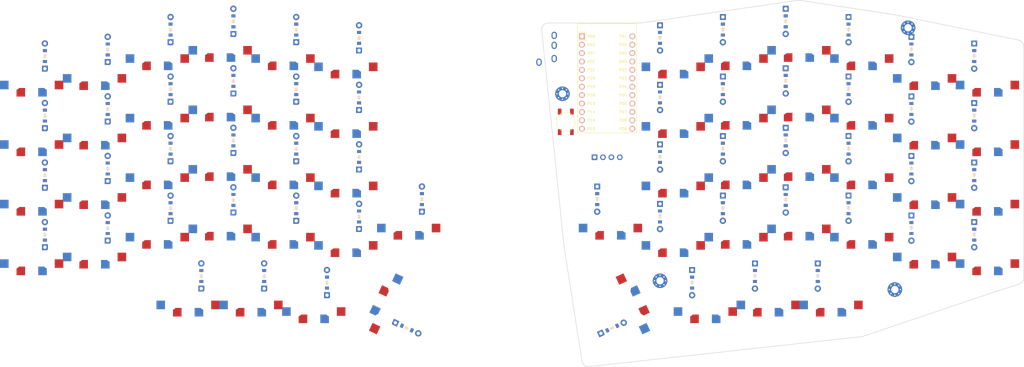
<source format=kicad_pcb>
(kicad_pcb (version 20171130) (host pcbnew 5.1.6)
  (title_block (title "MadoSplitR") (rev "v1.0.0") (company "Unknown"))
  (layers (0 F.Cu signal) (31 B.Cu signal) (34 B.Paste user) (35 F.Paste user) (36 B.SilkS user) (37 F.SilkS user) (38 B.Mask user) (39 F.Mask user) (44 Edge.Cuts user))
  (net 0 "")
  (net 1 "P19")
  (net 2 "mod_bot")
  (net 3 "mod_mid")
  (net 4 "mod_top")
  (net 5 "mod_num")
  (net 6 "P18")
  (net 7 "pinky_bot")
  (net 8 "pinky_mid")
  (net 9 "pinky_top")
  (net 10 "pinky_num")
  (net 11 "P15")
  (net 12 "ring_bot")
  (net 13 "ring_mid")
  (net 14 "ring_top")
  (net 15 "ring_num")
  (net 16 "P14")
  (net 17 "middle_bot")
  (net 18 "middle_mid")
  (net 19 "middle_top")
  (net 20 "middle_num")
  (net 21 "P16")
  (net 22 "index_bot")
  (net 23 "index_mid")
  (net 24 "index_top")
  (net 25 "index_num")
  (net 26 "P10")
  (net 27 "inner_bot")
  (net 28 "inner_mid")
  (net 29 "inner_top")
  (net 30 "inner_num")
  (net 31 "reach_reach")
  (net 32 "tucky1_stretch")
  (net 33 "tucky2_stretch")
  (net 34 "tucky3_stretch")
  (net 35 "reachy_stretch")
  (net 36 "mirror_mod_bot")
  (net 37 "mirror_mod_mid")
  (net 38 "mirror_mod_top")
  (net 39 "mirror_mod_num")
  (net 40 "mirror_pinky_bot")
  (net 41 "mirror_pinky_mid")
  (net 42 "mirror_pinky_top")
  (net 43 "mirror_pinky_num")
  (net 44 "mirror_ring_bot")
  (net 45 "mirror_ring_mid")
  (net 46 "mirror_ring_top")
  (net 47 "mirror_ring_num")
  (net 48 "mirror_middle_bot")
  (net 49 "mirror_middle_mid")
  (net 50 "mirror_middle_top")
  (net 51 "mirror_middle_num")
  (net 52 "mirror_index_bot")
  (net 53 "mirror_index_mid")
  (net 54 "mirror_index_top")
  (net 55 "mirror_index_num")
  (net 56 "mirror_inner_bot")
  (net 57 "mirror_inner_mid")
  (net 58 "mirror_inner_top")
  (net 59 "mirror_inner_num")
  (net 60 "mirror_reach_reach")
  (net 61 "mirror_tucky1_stretch")
  (net 62 "mirror_tucky2_stretch")
  (net 63 "mirror_tucky3_stretch")
  (net 64 "mirror_reachy_stretch")
  (net 65 "P7")
  (net 66 "P6")
  (net 67 "P5")
  (net 68 "P4")
  (net 69 "P8")
  (net 70 "P9")
  (net 71 "RAW")
  (net 72 "GND")
  (net 73 "RST")
  (net 74 "VCC")
  (net 75 "P21")
  (net 76 "P20")
  (net 77 "P1")
  (net 78 "P0")
  (net 79 "P2")
  (net 80 "P3")
  (module PG1350 (layer F.Cu) (at 100 100 180)
    (fp_text reference "S1" hide)
    (fp_text value "" hide)
    (pad "" np_thru_hole circle (at 0 0) (size 3.429 3.429) (drill 3.429) (layers *.Cu *.Mask))
    (pad "" np_thru_hole circle (at 5.5 0) (size 1.7018 1.7018) (drill 1.7018) (layers *.Cu *.Mask))
    (pad "" np_thru_hole circle (at -5.5 0) (size 1.7018 1.7018) (drill 1.7018) (layers *.Cu *.Mask))
    (pad "" np_thru_hole circle (at 5 -3.75) (size 3 3) (drill 3) (layers *.Cu *.Mask))
    (pad "" np_thru_hole circle (at 0 -5.95) (size 3 3) (drill 3) (layers *.Cu *.Mask))
    (pad 1 smd rect (at -3.275 -5.95 180) (size 2.6 2.6) (layers B.Cu B.Paste B.Mask) (net 1 "P19"))
    (pad 2 smd rect (at 8.275 -3.75 180) (size 2.6 2.6) (layers B.Cu B.Paste B.Mask) (net 2 "mod_bot"))
    (pad "" np_thru_hole circle (at -5 -3.75) (size 3 3) (drill 3) (layers *.Cu *.Mask))
    (pad "" np_thru_hole circle (at 0 -5.95) (size 3 3) (drill 3) (layers *.Cu *.Mask))
    (pad 1 smd rect (at 3.275 -5.95 180) (size 2.6 2.6) (layers F.Cu F.Paste F.Mask) (net 1 "P19"))
    (pad 2 smd rect (at -8.275 -3.75 180) (size 2.6 2.6) (layers F.Cu F.Paste F.Mask) (net 2 "mod_bot"))
  )
  (module PG1350 (layer F.Cu) (at 100 82 180)
    (fp_text reference "S2" hide)
    (fp_text value "" hide)
    (pad "" np_thru_hole circle (at 0 0) (size 3.429 3.429) (drill 3.429) (layers *.Cu *.Mask))
    (pad "" np_thru_hole circle (at 5.5 0) (size 1.7018 1.7018) (drill 1.7018) (layers *.Cu *.Mask))
    (pad "" np_thru_hole circle (at -5.5 0) (size 1.7018 1.7018) (drill 1.7018) (layers *.Cu *.Mask))
    (pad "" np_thru_hole circle (at 5 -3.75) (size 3 3) (drill 3) (layers *.Cu *.Mask))
    (pad "" np_thru_hole circle (at 0 -5.95) (size 3 3) (drill 3) (layers *.Cu *.Mask))
    (pad 1 smd rect (at -3.275 -5.95 180) (size 2.6 2.6) (layers B.Cu B.Paste B.Mask) (net 1 "P19"))
    (pad 2 smd rect (at 8.275 -3.75 180) (size 2.6 2.6) (layers B.Cu B.Paste B.Mask) (net 3 "mod_mid"))
    (pad "" np_thru_hole circle (at -5 -3.75) (size 3 3) (drill 3) (layers *.Cu *.Mask))
    (pad "" np_thru_hole circle (at 0 -5.95) (size 3 3) (drill 3) (layers *.Cu *.Mask))
    (pad 1 smd rect (at 3.275 -5.95 180) (size 2.6 2.6) (layers F.Cu F.Paste F.Mask) (net 1 "P19"))
    (pad 2 smd rect (at -8.275 -3.75 180) (size 2.6 2.6) (layers F.Cu F.Paste F.Mask) (net 3 "mod_mid"))
  )
  (module PG1350 (layer F.Cu) (at 100 64 180)
    (fp_text reference "S3" hide)
    (fp_text value "" hide)
    (pad "" np_thru_hole circle (at 0 0) (size 3.429 3.429) (drill 3.429) (layers *.Cu *.Mask))
    (pad "" np_thru_hole circle (at 5.5 0) (size 1.7018 1.7018) (drill 1.7018) (layers *.Cu *.Mask))
    (pad "" np_thru_hole circle (at -5.5 0) (size 1.7018 1.7018) (drill 1.7018) (layers *.Cu *.Mask))
    (pad "" np_thru_hole circle (at 5 -3.75) (size 3 3) (drill 3) (layers *.Cu *.Mask))
    (pad "" np_thru_hole circle (at 0 -5.95) (size 3 3) (drill 3) (layers *.Cu *.Mask))
    (pad 1 smd rect (at -3.275 -5.95 180) (size 2.6 2.6) (layers B.Cu B.Paste B.Mask) (net 1 "P19"))
    (pad 2 smd rect (at 8.275 -3.75 180) (size 2.6 2.6) (layers B.Cu B.Paste B.Mask) (net 4 "mod_top"))
    (pad "" np_thru_hole circle (at -5 -3.75) (size 3 3) (drill 3) (layers *.Cu *.Mask))
    (pad "" np_thru_hole circle (at 0 -5.95) (size 3 3) (drill 3) (layers *.Cu *.Mask))
    (pad 1 smd rect (at 3.275 -5.95 180) (size 2.6 2.6) (layers F.Cu F.Paste F.Mask) (net 1 "P19"))
    (pad 2 smd rect (at -8.275 -3.75 180) (size 2.6 2.6) (layers F.Cu F.Paste F.Mask) (net 4 "mod_top"))
  )
  (module PG1350 (layer F.Cu) (at 100 46 180)
    (fp_text reference "S4" hide)
    (fp_text value "" hide)
    (pad "" np_thru_hole circle (at 0 0) (size 3.429 3.429) (drill 3.429) (layers *.Cu *.Mask))
    (pad "" np_thru_hole circle (at 5.5 0) (size 1.7018 1.7018) (drill 1.7018) (layers *.Cu *.Mask))
    (pad "" np_thru_hole circle (at -5.5 0) (size 1.7018 1.7018) (drill 1.7018) (layers *.Cu *.Mask))
    (pad "" np_thru_hole circle (at 5 -3.75) (size 3 3) (drill 3) (layers *.Cu *.Mask))
    (pad "" np_thru_hole circle (at 0 -5.95) (size 3 3) (drill 3) (layers *.Cu *.Mask))
    (pad 1 smd rect (at -3.275 -5.95 180) (size 2.6 2.6) (layers B.Cu B.Paste B.Mask) (net 1 "P19"))
    (pad 2 smd rect (at 8.275 -3.75 180) (size 2.6 2.6) (layers B.Cu B.Paste B.Mask) (net 5 "mod_num"))
    (pad "" np_thru_hole circle (at -5 -3.75) (size 3 3) (drill 3) (layers *.Cu *.Mask))
    (pad "" np_thru_hole circle (at 0 -5.95) (size 3 3) (drill 3) (layers *.Cu *.Mask))
    (pad 1 smd rect (at 3.275 -5.95 180) (size 2.6 2.6) (layers F.Cu F.Paste F.Mask) (net 1 "P19"))
    (pad 2 smd rect (at -8.275 -3.75 180) (size 2.6 2.6) (layers F.Cu F.Paste F.Mask) (net 5 "mod_num"))
  )
  (module PG1350 (layer F.Cu) (at 119 98 180)
    (fp_text reference "S5" hide)
    (fp_text value "" hide)
    (pad "" np_thru_hole circle (at 0 0) (size 3.429 3.429) (drill 3.429) (layers *.Cu *.Mask))
    (pad "" np_thru_hole circle (at 5.5 0) (size 1.7018 1.7018) (drill 1.7018) (layers *.Cu *.Mask))
    (pad "" np_thru_hole circle (at -5.5 0) (size 1.7018 1.7018) (drill 1.7018) (layers *.Cu *.Mask))
    (pad "" np_thru_hole circle (at 5 -3.75) (size 3 3) (drill 3) (layers *.Cu *.Mask))
    (pad "" np_thru_hole circle (at 0 -5.95) (size 3 3) (drill 3) (layers *.Cu *.Mask))
    (pad 1 smd rect (at -3.275 -5.95 180) (size 2.6 2.6) (layers B.Cu B.Paste B.Mask) (net 6 "P18"))
    (pad 2 smd rect (at 8.275 -3.75 180) (size 2.6 2.6) (layers B.Cu B.Paste B.Mask) (net 7 "pinky_bot"))
    (pad "" np_thru_hole circle (at -5 -3.75) (size 3 3) (drill 3) (layers *.Cu *.Mask))
    (pad "" np_thru_hole circle (at 0 -5.95) (size 3 3) (drill 3) (layers *.Cu *.Mask))
    (pad 1 smd rect (at 3.275 -5.95 180) (size 2.6 2.6) (layers F.Cu F.Paste F.Mask) (net 6 "P18"))
    (pad 2 smd rect (at -8.275 -3.75 180) (size 2.6 2.6) (layers F.Cu F.Paste F.Mask) (net 7 "pinky_bot"))
  )
  (module PG1350 (layer F.Cu) (at 119 80 180)
    (fp_text reference "S6" hide)
    (fp_text value "" hide)
    (pad "" np_thru_hole circle (at 0 0) (size 3.429 3.429) (drill 3.429) (layers *.Cu *.Mask))
    (pad "" np_thru_hole circle (at 5.5 0) (size 1.7018 1.7018) (drill 1.7018) (layers *.Cu *.Mask))
    (pad "" np_thru_hole circle (at -5.5 0) (size 1.7018 1.7018) (drill 1.7018) (layers *.Cu *.Mask))
    (pad "" np_thru_hole circle (at 5 -3.75) (size 3 3) (drill 3) (layers *.Cu *.Mask))
    (pad "" np_thru_hole circle (at 0 -5.95) (size 3 3) (drill 3) (layers *.Cu *.Mask))
    (pad 1 smd rect (at -3.275 -5.95 180) (size 2.6 2.6) (layers B.Cu B.Paste B.Mask) (net 6 "P18"))
    (pad 2 smd rect (at 8.275 -3.75 180) (size 2.6 2.6) (layers B.Cu B.Paste B.Mask) (net 8 "pinky_mid"))
    (pad "" np_thru_hole circle (at -5 -3.75) (size 3 3) (drill 3) (layers *.Cu *.Mask))
    (pad "" np_thru_hole circle (at 0 -5.95) (size 3 3) (drill 3) (layers *.Cu *.Mask))
    (pad 1 smd rect (at 3.275 -5.95 180) (size 2.6 2.6) (layers F.Cu F.Paste F.Mask) (net 6 "P18"))
    (pad 2 smd rect (at -8.275 -3.75 180) (size 2.6 2.6) (layers F.Cu F.Paste F.Mask) (net 8 "pinky_mid"))
  )
  (module PG1350 (layer F.Cu) (at 119 62 180)
    (fp_text reference "S7" hide)
    (fp_text value "" hide)
    (pad "" np_thru_hole circle (at 0 0) (size 3.429 3.429) (drill 3.429) (layers *.Cu *.Mask))
    (pad "" np_thru_hole circle (at 5.5 0) (size 1.7018 1.7018) (drill 1.7018) (layers *.Cu *.Mask))
    (pad "" np_thru_hole circle (at -5.5 0) (size 1.7018 1.7018) (drill 1.7018) (layers *.Cu *.Mask))
    (pad "" np_thru_hole circle (at 5 -3.75) (size 3 3) (drill 3) (layers *.Cu *.Mask))
    (pad "" np_thru_hole circle (at 0 -5.95) (size 3 3) (drill 3) (layers *.Cu *.Mask))
    (pad 1 smd rect (at -3.275 -5.95 180) (size 2.6 2.6) (layers B.Cu B.Paste B.Mask) (net 6 "P18"))
    (pad 2 smd rect (at 8.275 -3.75 180) (size 2.6 2.6) (layers B.Cu B.Paste B.Mask) (net 9 "pinky_top"))
    (pad "" np_thru_hole circle (at -5 -3.75) (size 3 3) (drill 3) (layers *.Cu *.Mask))
    (pad "" np_thru_hole circle (at 0 -5.95) (size 3 3) (drill 3) (layers *.Cu *.Mask))
    (pad 1 smd rect (at 3.275 -5.95 180) (size 2.6 2.6) (layers F.Cu F.Paste F.Mask) (net 6 "P18"))
    (pad 2 smd rect (at -8.275 -3.75 180) (size 2.6 2.6) (layers F.Cu F.Paste F.Mask) (net 9 "pinky_top"))
  )
  (module PG1350 (layer F.Cu) (at 119 44 180)
    (fp_text reference "S8" hide)
    (fp_text value "" hide)
    (pad "" np_thru_hole circle (at 0 0) (size 3.429 3.429) (drill 3.429) (layers *.Cu *.Mask))
    (pad "" np_thru_hole circle (at 5.5 0) (size 1.7018 1.7018) (drill 1.7018) (layers *.Cu *.Mask))
    (pad "" np_thru_hole circle (at -5.5 0) (size 1.7018 1.7018) (drill 1.7018) (layers *.Cu *.Mask))
    (pad "" np_thru_hole circle (at 5 -3.75) (size 3 3) (drill 3) (layers *.Cu *.Mask))
    (pad "" np_thru_hole circle (at 0 -5.95) (size 3 3) (drill 3) (layers *.Cu *.Mask))
    (pad 1 smd rect (at -3.275 -5.95 180) (size 2.6 2.6) (layers B.Cu B.Paste B.Mask) (net 6 "P18"))
    (pad 2 smd rect (at 8.275 -3.75 180) (size 2.6 2.6) (layers B.Cu B.Paste B.Mask) (net 10 "pinky_num"))
    (pad "" np_thru_hole circle (at -5 -3.75) (size 3 3) (drill 3) (layers *.Cu *.Mask))
    (pad "" np_thru_hole circle (at 0 -5.95) (size 3 3) (drill 3) (layers *.Cu *.Mask))
    (pad 1 smd rect (at 3.275 -5.95 180) (size 2.6 2.6) (layers F.Cu F.Paste F.Mask) (net 6 "P18"))
    (pad 2 smd rect (at -8.275 -3.75 180) (size 2.6 2.6) (layers F.Cu F.Paste F.Mask) (net 10 "pinky_num"))
  )
  (module PG1350 (layer F.Cu) (at 138 92 180)
    (fp_text reference "S9" hide)
    (fp_text value "" hide)
    (pad "" np_thru_hole circle (at 0 0) (size 3.429 3.429) (drill 3.429) (layers *.Cu *.Mask))
    (pad "" np_thru_hole circle (at 5.5 0) (size 1.7018 1.7018) (drill 1.7018) (layers *.Cu *.Mask))
    (pad "" np_thru_hole circle (at -5.5 0) (size 1.7018 1.7018) (drill 1.7018) (layers *.Cu *.Mask))
    (pad "" np_thru_hole circle (at 5 -3.75) (size 3 3) (drill 3) (layers *.Cu *.Mask))
    (pad "" np_thru_hole circle (at 0 -5.95) (size 3 3) (drill 3) (layers *.Cu *.Mask))
    (pad 1 smd rect (at -3.275 -5.95 180) (size 2.6 2.6) (layers B.Cu B.Paste B.Mask) (net 11 "P15"))
    (pad 2 smd rect (at 8.275 -3.75 180) (size 2.6 2.6) (layers B.Cu B.Paste B.Mask) (net 12 "ring_bot"))
    (pad "" np_thru_hole circle (at -5 -3.75) (size 3 3) (drill 3) (layers *.Cu *.Mask))
    (pad "" np_thru_hole circle (at 0 -5.95) (size 3 3) (drill 3) (layers *.Cu *.Mask))
    (pad 1 smd rect (at 3.275 -5.95 180) (size 2.6 2.6) (layers F.Cu F.Paste F.Mask) (net 11 "P15"))
    (pad 2 smd rect (at -8.275 -3.75 180) (size 2.6 2.6) (layers F.Cu F.Paste F.Mask) (net 12 "ring_bot"))
  )
  (module PG1350 (layer F.Cu) (at 138 74 180)
    (fp_text reference "S10" hide)
    (fp_text value "" hide)
    (pad "" np_thru_hole circle (at 0 0) (size 3.429 3.429) (drill 3.429) (layers *.Cu *.Mask))
    (pad "" np_thru_hole circle (at 5.5 0) (size 1.7018 1.7018) (drill 1.7018) (layers *.Cu *.Mask))
    (pad "" np_thru_hole circle (at -5.5 0) (size 1.7018 1.7018) (drill 1.7018) (layers *.Cu *.Mask))
    (pad "" np_thru_hole circle (at 5 -3.75) (size 3 3) (drill 3) (layers *.Cu *.Mask))
    (pad "" np_thru_hole circle (at 0 -5.95) (size 3 3) (drill 3) (layers *.Cu *.Mask))
    (pad 1 smd rect (at -3.275 -5.95 180) (size 2.6 2.6) (layers B.Cu B.Paste B.Mask) (net 11 "P15"))
    (pad 2 smd rect (at 8.275 -3.75 180) (size 2.6 2.6) (layers B.Cu B.Paste B.Mask) (net 13 "ring_mid"))
    (pad "" np_thru_hole circle (at -5 -3.75) (size 3 3) (drill 3) (layers *.Cu *.Mask))
    (pad "" np_thru_hole circle (at 0 -5.95) (size 3 3) (drill 3) (layers *.Cu *.Mask))
    (pad 1 smd rect (at 3.275 -5.95 180) (size 2.6 2.6) (layers F.Cu F.Paste F.Mask) (net 11 "P15"))
    (pad 2 smd rect (at -8.275 -3.75 180) (size 2.6 2.6) (layers F.Cu F.Paste F.Mask) (net 13 "ring_mid"))
  )
  (module PG1350 (layer F.Cu) (at 138 56 180)
    (fp_text reference "S11" hide)
    (fp_text value "" hide)
    (pad "" np_thru_hole circle (at 0 0) (size 3.429 3.429) (drill 3.429) (layers *.Cu *.Mask))
    (pad "" np_thru_hole circle (at 5.5 0) (size 1.7018 1.7018) (drill 1.7018) (layers *.Cu *.Mask))
    (pad "" np_thru_hole circle (at -5.5 0) (size 1.7018 1.7018) (drill 1.7018) (layers *.Cu *.Mask))
    (pad "" np_thru_hole circle (at 5 -3.75) (size 3 3) (drill 3) (layers *.Cu *.Mask))
    (pad "" np_thru_hole circle (at 0 -5.95) (size 3 3) (drill 3) (layers *.Cu *.Mask))
    (pad 1 smd rect (at -3.275 -5.95 180) (size 2.6 2.6) (layers B.Cu B.Paste B.Mask) (net 11 "P15"))
    (pad 2 smd rect (at 8.275 -3.75 180) (size 2.6 2.6) (layers B.Cu B.Paste B.Mask) (net 14 "ring_top"))
    (pad "" np_thru_hole circle (at -5 -3.75) (size 3 3) (drill 3) (layers *.Cu *.Mask))
    (pad "" np_thru_hole circle (at 0 -5.95) (size 3 3) (drill 3) (layers *.Cu *.Mask))
    (pad 1 smd rect (at 3.275 -5.95 180) (size 2.6 2.6) (layers F.Cu F.Paste F.Mask) (net 11 "P15"))
    (pad 2 smd rect (at -8.275 -3.75 180) (size 2.6 2.6) (layers F.Cu F.Paste F.Mask) (net 14 "ring_top"))
  )
  (module PG1350 (layer F.Cu) (at 138 38 180)
    (fp_text reference "S12" hide)
    (fp_text value "" hide)
    (pad "" np_thru_hole circle (at 0 0) (size 3.429 3.429) (drill 3.429) (layers *.Cu *.Mask))
    (pad "" np_thru_hole circle (at 5.5 0) (size 1.7018 1.7018) (drill 1.7018) (layers *.Cu *.Mask))
    (pad "" np_thru_hole circle (at -5.5 0) (size 1.7018 1.7018) (drill 1.7018) (layers *.Cu *.Mask))
    (pad "" np_thru_hole circle (at 5 -3.75) (size 3 3) (drill 3) (layers *.Cu *.Mask))
    (pad "" np_thru_hole circle (at 0 -5.95) (size 3 3) (drill 3) (layers *.Cu *.Mask))
    (pad 1 smd rect (at -3.275 -5.95 180) (size 2.6 2.6) (layers B.Cu B.Paste B.Mask) (net 11 "P15"))
    (pad 2 smd rect (at 8.275 -3.75 180) (size 2.6 2.6) (layers B.Cu B.Paste B.Mask) (net 15 "ring_num"))
    (pad "" np_thru_hole circle (at -5 -3.75) (size 3 3) (drill 3) (layers *.Cu *.Mask))
    (pad "" np_thru_hole circle (at 0 -5.95) (size 3 3) (drill 3) (layers *.Cu *.Mask))
    (pad 1 smd rect (at 3.275 -5.95 180) (size 2.6 2.6) (layers F.Cu F.Paste F.Mask) (net 11 "P15"))
    (pad 2 smd rect (at -8.275 -3.75 180) (size 2.6 2.6) (layers F.Cu F.Paste F.Mask) (net 15 "ring_num"))
  )
  (module PG1350 (layer F.Cu) (at 157 89.5 180)
    (fp_text reference "S13" hide)
    (fp_text value "" hide)
    (pad "" np_thru_hole circle (at 0 0) (size 3.429 3.429) (drill 3.429) (layers *.Cu *.Mask))
    (pad "" np_thru_hole circle (at 5.5 0) (size 1.7018 1.7018) (drill 1.7018) (layers *.Cu *.Mask))
    (pad "" np_thru_hole circle (at -5.5 0) (size 1.7018 1.7018) (drill 1.7018) (layers *.Cu *.Mask))
    (pad "" np_thru_hole circle (at 5 -3.75) (size 3 3) (drill 3) (layers *.Cu *.Mask))
    (pad "" np_thru_hole circle (at 0 -5.95) (size 3 3) (drill 3) (layers *.Cu *.Mask))
    (pad 1 smd rect (at -3.275 -5.95 180) (size 2.6 2.6) (layers B.Cu B.Paste B.Mask) (net 16 "P14"))
    (pad 2 smd rect (at 8.275 -3.75 180) (size 2.6 2.6) (layers B.Cu B.Paste B.Mask) (net 17 "middle_bot"))
    (pad "" np_thru_hole circle (at -5 -3.75) (size 3 3) (drill 3) (layers *.Cu *.Mask))
    (pad "" np_thru_hole circle (at 0 -5.95) (size 3 3) (drill 3) (layers *.Cu *.Mask))
    (pad 1 smd rect (at 3.275 -5.95 180) (size 2.6 2.6) (layers F.Cu F.Paste F.Mask) (net 16 "P14"))
    (pad 2 smd rect (at -8.275 -3.75 180) (size 2.6 2.6) (layers F.Cu F.Paste F.Mask) (net 17 "middle_bot"))
  )
  (module PG1350 (layer F.Cu) (at 157 71.5 180)
    (fp_text reference "S14" hide)
    (fp_text value "" hide)
    (pad "" np_thru_hole circle (at 0 0) (size 3.429 3.429) (drill 3.429) (layers *.Cu *.Mask))
    (pad "" np_thru_hole circle (at 5.5 0) (size 1.7018 1.7018) (drill 1.7018) (layers *.Cu *.Mask))
    (pad "" np_thru_hole circle (at -5.5 0) (size 1.7018 1.7018) (drill 1.7018) (layers *.Cu *.Mask))
    (pad "" np_thru_hole circle (at 5 -3.75) (size 3 3) (drill 3) (layers *.Cu *.Mask))
    (pad "" np_thru_hole circle (at 0 -5.95) (size 3 3) (drill 3) (layers *.Cu *.Mask))
    (pad 1 smd rect (at -3.275 -5.95 180) (size 2.6 2.6) (layers B.Cu B.Paste B.Mask) (net 16 "P14"))
    (pad 2 smd rect (at 8.275 -3.75 180) (size 2.6 2.6) (layers B.Cu B.Paste B.Mask) (net 18 "middle_mid"))
    (pad "" np_thru_hole circle (at -5 -3.75) (size 3 3) (drill 3) (layers *.Cu *.Mask))
    (pad "" np_thru_hole circle (at 0 -5.95) (size 3 3) (drill 3) (layers *.Cu *.Mask))
    (pad 1 smd rect (at 3.275 -5.95 180) (size 2.6 2.6) (layers F.Cu F.Paste F.Mask) (net 16 "P14"))
    (pad 2 smd rect (at -8.275 -3.75 180) (size 2.6 2.6) (layers F.Cu F.Paste F.Mask) (net 18 "middle_mid"))
  )
  (module PG1350 (layer F.Cu) (at 157 53.5 180)
    (fp_text reference "S15" hide)
    (fp_text value "" hide)
    (pad "" np_thru_hole circle (at 0 0) (size 3.429 3.429) (drill 3.429) (layers *.Cu *.Mask))
    (pad "" np_thru_hole circle (at 5.5 0) (size 1.7018 1.7018) (drill 1.7018) (layers *.Cu *.Mask))
    (pad "" np_thru_hole circle (at -5.5 0) (size 1.7018 1.7018) (drill 1.7018) (layers *.Cu *.Mask))
    (pad "" np_thru_hole circle (at 5 -3.75) (size 3 3) (drill 3) (layers *.Cu *.Mask))
    (pad "" np_thru_hole circle (at 0 -5.95) (size 3 3) (drill 3) (layers *.Cu *.Mask))
    (pad 1 smd rect (at -3.275 -5.95 180) (size 2.6 2.6) (layers B.Cu B.Paste B.Mask) (net 16 "P14"))
    (pad 2 smd rect (at 8.275 -3.75 180) (size 2.6 2.6) (layers B.Cu B.Paste B.Mask) (net 19 "middle_top"))
    (pad "" np_thru_hole circle (at -5 -3.75) (size 3 3) (drill 3) (layers *.Cu *.Mask))
    (pad "" np_thru_hole circle (at 0 -5.95) (size 3 3) (drill 3) (layers *.Cu *.Mask))
    (pad 1 smd rect (at 3.275 -5.95 180) (size 2.6 2.6) (layers F.Cu F.Paste F.Mask) (net 16 "P14"))
    (pad 2 smd rect (at -8.275 -3.75 180) (size 2.6 2.6) (layers F.Cu F.Paste F.Mask) (net 19 "middle_top"))
  )
  (module PG1350 (layer F.Cu) (at 157 35.5 180)
    (fp_text reference "S16" hide)
    (fp_text value "" hide)
    (pad "" np_thru_hole circle (at 0 0) (size 3.429 3.429) (drill 3.429) (layers *.Cu *.Mask))
    (pad "" np_thru_hole circle (at 5.5 0) (size 1.7018 1.7018) (drill 1.7018) (layers *.Cu *.Mask))
    (pad "" np_thru_hole circle (at -5.5 0) (size 1.7018 1.7018) (drill 1.7018) (layers *.Cu *.Mask))
    (pad "" np_thru_hole circle (at 5 -3.75) (size 3 3) (drill 3) (layers *.Cu *.Mask))
    (pad "" np_thru_hole circle (at 0 -5.95) (size 3 3) (drill 3) (layers *.Cu *.Mask))
    (pad 1 smd rect (at -3.275 -5.95 180) (size 2.6 2.6) (layers B.Cu B.Paste B.Mask) (net 16 "P14"))
    (pad 2 smd rect (at 8.275 -3.75 180) (size 2.6 2.6) (layers B.Cu B.Paste B.Mask) (net 20 "middle_num"))
    (pad "" np_thru_hole circle (at -5 -3.75) (size 3 3) (drill 3) (layers *.Cu *.Mask))
    (pad "" np_thru_hole circle (at 0 -5.95) (size 3 3) (drill 3) (layers *.Cu *.Mask))
    (pad 1 smd rect (at 3.275 -5.95 180) (size 2.6 2.6) (layers F.Cu F.Paste F.Mask) (net 16 "P14"))
    (pad 2 smd rect (at -8.275 -3.75 180) (size 2.6 2.6) (layers F.Cu F.Paste F.Mask) (net 20 "middle_num"))
  )
  (module PG1350 (layer F.Cu) (at 176 92 180)
    (fp_text reference "S17" hide)
    (fp_text value "" hide)
    (pad "" np_thru_hole circle (at 0 0) (size 3.429 3.429) (drill 3.429) (layers *.Cu *.Mask))
    (pad "" np_thru_hole circle (at 5.5 0) (size 1.7018 1.7018) (drill 1.7018) (layers *.Cu *.Mask))
    (pad "" np_thru_hole circle (at -5.5 0) (size 1.7018 1.7018) (drill 1.7018) (layers *.Cu *.Mask))
    (pad "" np_thru_hole circle (at 5 -3.75) (size 3 3) (drill 3) (layers *.Cu *.Mask))
    (pad "" np_thru_hole circle (at 0 -5.95) (size 3 3) (drill 3) (layers *.Cu *.Mask))
    (pad 1 smd rect (at -3.275 -5.95 180) (size 2.6 2.6) (layers B.Cu B.Paste B.Mask) (net 21 "P16"))
    (pad 2 smd rect (at 8.275 -3.75 180) (size 2.6 2.6) (layers B.Cu B.Paste B.Mask) (net 22 "index_bot"))
    (pad "" np_thru_hole circle (at -5 -3.75) (size 3 3) (drill 3) (layers *.Cu *.Mask))
    (pad "" np_thru_hole circle (at 0 -5.95) (size 3 3) (drill 3) (layers *.Cu *.Mask))
    (pad 1 smd rect (at 3.275 -5.95 180) (size 2.6 2.6) (layers F.Cu F.Paste F.Mask) (net 21 "P16"))
    (pad 2 smd rect (at -8.275 -3.75 180) (size 2.6 2.6) (layers F.Cu F.Paste F.Mask) (net 22 "index_bot"))
  )
  (module PG1350 (layer F.Cu) (at 176 74 180)
    (fp_text reference "S18" hide)
    (fp_text value "" hide)
    (pad "" np_thru_hole circle (at 0 0) (size 3.429 3.429) (drill 3.429) (layers *.Cu *.Mask))
    (pad "" np_thru_hole circle (at 5.5 0) (size 1.7018 1.7018) (drill 1.7018) (layers *.Cu *.Mask))
    (pad "" np_thru_hole circle (at -5.5 0) (size 1.7018 1.7018) (drill 1.7018) (layers *.Cu *.Mask))
    (pad "" np_thru_hole circle (at 5 -3.75) (size 3 3) (drill 3) (layers *.Cu *.Mask))
    (pad "" np_thru_hole circle (at 0 -5.95) (size 3 3) (drill 3) (layers *.Cu *.Mask))
    (pad 1 smd rect (at -3.275 -5.95 180) (size 2.6 2.6) (layers B.Cu B.Paste B.Mask) (net 21 "P16"))
    (pad 2 smd rect (at 8.275 -3.75 180) (size 2.6 2.6) (layers B.Cu B.Paste B.Mask) (net 23 "index_mid"))
    (pad "" np_thru_hole circle (at -5 -3.75) (size 3 3) (drill 3) (layers *.Cu *.Mask))
    (pad "" np_thru_hole circle (at 0 -5.95) (size 3 3) (drill 3) (layers *.Cu *.Mask))
    (pad 1 smd rect (at 3.275 -5.95 180) (size 2.6 2.6) (layers F.Cu F.Paste F.Mask) (net 21 "P16"))
    (pad 2 smd rect (at -8.275 -3.75 180) (size 2.6 2.6) (layers F.Cu F.Paste F.Mask) (net 23 "index_mid"))
  )
  (module PG1350 (layer F.Cu) (at 176 56 180)
    (fp_text reference "S19" hide)
    (fp_text value "" hide)
    (pad "" np_thru_hole circle (at 0 0) (size 3.429 3.429) (drill 3.429) (layers *.Cu *.Mask))
    (pad "" np_thru_hole circle (at 5.5 0) (size 1.7018 1.7018) (drill 1.7018) (layers *.Cu *.Mask))
    (pad "" np_thru_hole circle (at -5.5 0) (size 1.7018 1.7018) (drill 1.7018) (layers *.Cu *.Mask))
    (pad "" np_thru_hole circle (at 5 -3.75) (size 3 3) (drill 3) (layers *.Cu *.Mask))
    (pad "" np_thru_hole circle (at 0 -5.95) (size 3 3) (drill 3) (layers *.Cu *.Mask))
    (pad 1 smd rect (at -3.275 -5.95 180) (size 2.6 2.6) (layers B.Cu B.Paste B.Mask) (net 21 "P16"))
    (pad 2 smd rect (at 8.275 -3.75 180) (size 2.6 2.6) (layers B.Cu B.Paste B.Mask) (net 24 "index_top"))
    (pad "" np_thru_hole circle (at -5 -3.75) (size 3 3) (drill 3) (layers *.Cu *.Mask))
    (pad "" np_thru_hole circle (at 0 -5.95) (size 3 3) (drill 3) (layers *.Cu *.Mask))
    (pad 1 smd rect (at 3.275 -5.95 180) (size 2.6 2.6) (layers F.Cu F.Paste F.Mask) (net 21 "P16"))
    (pad 2 smd rect (at -8.275 -3.75 180) (size 2.6 2.6) (layers F.Cu F.Paste F.Mask) (net 24 "index_top"))
  )
  (module PG1350 (layer F.Cu) (at 176 38 180)
    (fp_text reference "S20" hide)
    (fp_text value "" hide)
    (pad "" np_thru_hole circle (at 0 0) (size 3.429 3.429) (drill 3.429) (layers *.Cu *.Mask))
    (pad "" np_thru_hole circle (at 5.5 0) (size 1.7018 1.7018) (drill 1.7018) (layers *.Cu *.Mask))
    (pad "" np_thru_hole circle (at -5.5 0) (size 1.7018 1.7018) (drill 1.7018) (layers *.Cu *.Mask))
    (pad "" np_thru_hole circle (at 5 -3.75) (size 3 3) (drill 3) (layers *.Cu *.Mask))
    (pad "" np_thru_hole circle (at 0 -5.95) (size 3 3) (drill 3) (layers *.Cu *.Mask))
    (pad 1 smd rect (at -3.275 -5.95 180) (size 2.6 2.6) (layers B.Cu B.Paste B.Mask) (net 21 "P16"))
    (pad 2 smd rect (at 8.275 -3.75 180) (size 2.6 2.6) (layers B.Cu B.Paste B.Mask) (net 25 "index_num"))
    (pad "" np_thru_hole circle (at -5 -3.75) (size 3 3) (drill 3) (layers *.Cu *.Mask))
    (pad "" np_thru_hole circle (at 0 -5.95) (size 3 3) (drill 3) (layers *.Cu *.Mask))
    (pad 1 smd rect (at 3.275 -5.95 180) (size 2.6 2.6) (layers F.Cu F.Paste F.Mask) (net 21 "P16"))
    (pad 2 smd rect (at -8.275 -3.75 180) (size 2.6 2.6) (layers F.Cu F.Paste F.Mask) (net 25 "index_num"))
  )
  (module PG1350 (layer F.Cu) (at 195 94.5 180)
    (fp_text reference "S21" hide)
    (fp_text value "" hide)
    (pad "" np_thru_hole circle (at 0 0) (size 3.429 3.429) (drill 3.429) (layers *.Cu *.Mask))
    (pad "" np_thru_hole circle (at 5.5 0) (size 1.7018 1.7018) (drill 1.7018) (layers *.Cu *.Mask))
    (pad "" np_thru_hole circle (at -5.5 0) (size 1.7018 1.7018) (drill 1.7018) (layers *.Cu *.Mask))
    (pad "" np_thru_hole circle (at 5 -3.75) (size 3 3) (drill 3) (layers *.Cu *.Mask))
    (pad "" np_thru_hole circle (at 0 -5.95) (size 3 3) (drill 3) (layers *.Cu *.Mask))
    (pad 1 smd rect (at -3.275 -5.95 180) (size 2.6 2.6) (layers B.Cu B.Paste B.Mask) (net 26 "P10"))
    (pad 2 smd rect (at 8.275 -3.75 180) (size 2.6 2.6) (layers B.Cu B.Paste B.Mask) (net 27 "inner_bot"))
    (pad "" np_thru_hole circle (at -5 -3.75) (size 3 3) (drill 3) (layers *.Cu *.Mask))
    (pad "" np_thru_hole circle (at 0 -5.95) (size 3 3) (drill 3) (layers *.Cu *.Mask))
    (pad 1 smd rect (at 3.275 -5.95 180) (size 2.6 2.6) (layers F.Cu F.Paste F.Mask) (net 26 "P10"))
    (pad 2 smd rect (at -8.275 -3.75 180) (size 2.6 2.6) (layers F.Cu F.Paste F.Mask) (net 27 "inner_bot"))
  )
  (module PG1350 (layer F.Cu) (at 195 76.5 180)
    (fp_text reference "S22" hide)
    (fp_text value "" hide)
    (pad "" np_thru_hole circle (at 0 0) (size 3.429 3.429) (drill 3.429) (layers *.Cu *.Mask))
    (pad "" np_thru_hole circle (at 5.5 0) (size 1.7018 1.7018) (drill 1.7018) (layers *.Cu *.Mask))
    (pad "" np_thru_hole circle (at -5.5 0) (size 1.7018 1.7018) (drill 1.7018) (layers *.Cu *.Mask))
    (pad "" np_thru_hole circle (at 5 -3.75) (size 3 3) (drill 3) (layers *.Cu *.Mask))
    (pad "" np_thru_hole circle (at 0 -5.95) (size 3 3) (drill 3) (layers *.Cu *.Mask))
    (pad 1 smd rect (at -3.275 -5.95 180) (size 2.6 2.6) (layers B.Cu B.Paste B.Mask) (net 26 "P10"))
    (pad 2 smd rect (at 8.275 -3.75 180) (size 2.6 2.6) (layers B.Cu B.Paste B.Mask) (net 28 "inner_mid"))
    (pad "" np_thru_hole circle (at -5 -3.75) (size 3 3) (drill 3) (layers *.Cu *.Mask))
    (pad "" np_thru_hole circle (at 0 -5.95) (size 3 3) (drill 3) (layers *.Cu *.Mask))
    (pad 1 smd rect (at 3.275 -5.95 180) (size 2.6 2.6) (layers F.Cu F.Paste F.Mask) (net 26 "P10"))
    (pad 2 smd rect (at -8.275 -3.75 180) (size 2.6 2.6) (layers F.Cu F.Paste F.Mask) (net 28 "inner_mid"))
  )
  (module PG1350 (layer F.Cu) (at 195 58.5 180)
    (fp_text reference "S23" hide)
    (fp_text value "" hide)
    (pad "" np_thru_hole circle (at 0 0) (size 3.429 3.429) (drill 3.429) (layers *.Cu *.Mask))
    (pad "" np_thru_hole circle (at 5.5 0) (size 1.7018 1.7018) (drill 1.7018) (layers *.Cu *.Mask))
    (pad "" np_thru_hole circle (at -5.5 0) (size 1.7018 1.7018) (drill 1.7018) (layers *.Cu *.Mask))
    (pad "" np_thru_hole circle (at 5 -3.75) (size 3 3) (drill 3) (layers *.Cu *.Mask))
    (pad "" np_thru_hole circle (at 0 -5.95) (size 3 3) (drill 3) (layers *.Cu *.Mask))
    (pad 1 smd rect (at -3.275 -5.95 180) (size 2.6 2.6) (layers B.Cu B.Paste B.Mask) (net 26 "P10"))
    (pad 2 smd rect (at 8.275 -3.75 180) (size 2.6 2.6) (layers B.Cu B.Paste B.Mask) (net 29 "inner_top"))
    (pad "" np_thru_hole circle (at -5 -3.75) (size 3 3) (drill 3) (layers *.Cu *.Mask))
    (pad "" np_thru_hole circle (at 0 -5.95) (size 3 3) (drill 3) (layers *.Cu *.Mask))
    (pad 1 smd rect (at 3.275 -5.95 180) (size 2.6 2.6) (layers F.Cu F.Paste F.Mask) (net 26 "P10"))
    (pad 2 smd rect (at -8.275 -3.75 180) (size 2.6 2.6) (layers F.Cu F.Paste F.Mask) (net 29 "inner_top"))
  )
  (module PG1350 (layer F.Cu) (at 195 40.5 180)
    (fp_text reference "S24" hide)
    (fp_text value "" hide)
    (pad "" np_thru_hole circle (at 0 0) (size 3.429 3.429) (drill 3.429) (layers *.Cu *.Mask))
    (pad "" np_thru_hole circle (at 5.5 0) (size 1.7018 1.7018) (drill 1.7018) (layers *.Cu *.Mask))
    (pad "" np_thru_hole circle (at -5.5 0) (size 1.7018 1.7018) (drill 1.7018) (layers *.Cu *.Mask))
    (pad "" np_thru_hole circle (at 5 -3.75) (size 3 3) (drill 3) (layers *.Cu *.Mask))
    (pad "" np_thru_hole circle (at 0 -5.95) (size 3 3) (drill 3) (layers *.Cu *.Mask))
    (pad 1 smd rect (at -3.275 -5.95 180) (size 2.6 2.6) (layers B.Cu B.Paste B.Mask) (net 26 "P10"))
    (pad 2 smd rect (at 8.275 -3.75 180) (size 2.6 2.6) (layers B.Cu B.Paste B.Mask) (net 30 "inner_num"))
    (pad "" np_thru_hole circle (at -5 -3.75) (size 3 3) (drill 3) (layers *.Cu *.Mask))
    (pad "" np_thru_hole circle (at 0 -5.95) (size 3 3) (drill 3) (layers *.Cu *.Mask))
    (pad 1 smd rect (at 3.275 -5.95 180) (size 2.6 2.6) (layers F.Cu F.Paste F.Mask) (net 26 "P10"))
    (pad 2 smd rect (at -8.275 -3.75 180) (size 2.6 2.6) (layers F.Cu F.Paste F.Mask) (net 30 "inner_num"))
  )
  (module PG1350 (layer F.Cu) (at 214 89.25 180)
    (fp_text reference "S25" hide)
    (fp_text value "" hide)
    (pad "" np_thru_hole circle (at 0 0) (size 3.429 3.429) (drill 3.429) (layers *.Cu *.Mask))
    (pad "" np_thru_hole circle (at 5.5 0) (size 1.7018 1.7018) (drill 1.7018) (layers *.Cu *.Mask))
    (pad "" np_thru_hole circle (at -5.5 0) (size 1.7018 1.7018) (drill 1.7018) (layers *.Cu *.Mask))
    (pad "" np_thru_hole circle (at 5 -3.75) (size 3 3) (drill 3) (layers *.Cu *.Mask))
    (pad "" np_thru_hole circle (at 0 -5.95) (size 3 3) (drill 3) (layers *.Cu *.Mask))
    (pad 1 smd rect (at -3.275 -5.95 180) (size 2.6 2.6) (layers B.Cu B.Paste B.Mask) (net 26 "P10"))
    (pad 2 smd rect (at 8.275 -3.75 180) (size 2.6 2.6) (layers B.Cu B.Paste B.Mask) (net 31 "reach_reach"))
    (pad "" np_thru_hole circle (at -5 -3.75) (size 3 3) (drill 3) (layers *.Cu *.Mask))
    (pad "" np_thru_hole circle (at 0 -5.95) (size 3 3) (drill 3) (layers *.Cu *.Mask))
    (pad 1 smd rect (at 3.275 -5.95 180) (size 2.6 2.6) (layers F.Cu F.Paste F.Mask) (net 26 "P10"))
    (pad 2 smd rect (at -8.275 -3.75 180) (size 2.6 2.6) (layers F.Cu F.Paste F.Mask) (net 31 "reach_reach"))
  )
  (module PG1350 (layer F.Cu) (at 147.3 112.5 180)
    (fp_text reference "S26" hide)
    (fp_text value "" hide)
    (pad "" np_thru_hole circle (at 0 0) (size 3.429 3.429) (drill 3.429) (layers *.Cu *.Mask))
    (pad "" np_thru_hole circle (at 5.5 0) (size 1.7018 1.7018) (drill 1.7018) (layers *.Cu *.Mask))
    (pad "" np_thru_hole circle (at -5.5 0) (size 1.7018 1.7018) (drill 1.7018) (layers *.Cu *.Mask))
    (pad "" np_thru_hole circle (at 5 -3.75) (size 3 3) (drill 3) (layers *.Cu *.Mask))
    (pad "" np_thru_hole circle (at 0 -5.95) (size 3 3) (drill 3) (layers *.Cu *.Mask))
    (pad 1 smd rect (at -3.275 -5.95 180) (size 2.6 2.6) (layers B.Cu B.Paste B.Mask) (net 11 "P15"))
    (pad 2 smd rect (at 8.275 -3.75 180) (size 2.6 2.6) (layers B.Cu B.Paste B.Mask) (net 32 "tucky1_stretch"))
    (pad "" np_thru_hole circle (at -5 -3.75) (size 3 3) (drill 3) (layers *.Cu *.Mask))
    (pad "" np_thru_hole circle (at 0 -5.95) (size 3 3) (drill 3) (layers *.Cu *.Mask))
    (pad 1 smd rect (at 3.275 -5.95 180) (size 2.6 2.6) (layers F.Cu F.Paste F.Mask) (net 11 "P15"))
    (pad 2 smd rect (at -8.275 -3.75 180) (size 2.6 2.6) (layers F.Cu F.Paste F.Mask) (net 32 "tucky1_stretch"))
  )
  (module PG1350 (layer F.Cu) (at 166.3 112.5 180)
    (fp_text reference "S27" hide)
    (fp_text value "" hide)
    (pad "" np_thru_hole circle (at 0 0) (size 3.429 3.429) (drill 3.429) (layers *.Cu *.Mask))
    (pad "" np_thru_hole circle (at 5.5 0) (size 1.7018 1.7018) (drill 1.7018) (layers *.Cu *.Mask))
    (pad "" np_thru_hole circle (at -5.5 0) (size 1.7018 1.7018) (drill 1.7018) (layers *.Cu *.Mask))
    (pad "" np_thru_hole circle (at 5 -3.75) (size 3 3) (drill 3) (layers *.Cu *.Mask))
    (pad "" np_thru_hole circle (at 0 -5.95) (size 3 3) (drill 3) (layers *.Cu *.Mask))
    (pad 1 smd rect (at -3.275 -5.95 180) (size 2.6 2.6) (layers B.Cu B.Paste B.Mask) (net 16 "P14"))
    (pad 2 smd rect (at 8.275 -3.75 180) (size 2.6 2.6) (layers B.Cu B.Paste B.Mask) (net 33 "tucky2_stretch"))
    (pad "" np_thru_hole circle (at -5 -3.75) (size 3 3) (drill 3) (layers *.Cu *.Mask))
    (pad "" np_thru_hole circle (at 0 -5.95) (size 3 3) (drill 3) (layers *.Cu *.Mask))
    (pad 1 smd rect (at 3.275 -5.95 180) (size 2.6 2.6) (layers F.Cu F.Paste F.Mask) (net 16 "P14"))
    (pad 2 smd rect (at -8.275 -3.75 180) (size 2.6 2.6) (layers F.Cu F.Paste F.Mask) (net 33 "tucky2_stretch"))
  )
  (module PG1350 (layer F.Cu) (at 185.3 114.5 180)
    (fp_text reference "S28" hide)
    (fp_text value "" hide)
    (pad "" np_thru_hole circle (at 0 0) (size 3.429 3.429) (drill 3.429) (layers *.Cu *.Mask))
    (pad "" np_thru_hole circle (at 5.5 0) (size 1.7018 1.7018) (drill 1.7018) (layers *.Cu *.Mask))
    (pad "" np_thru_hole circle (at -5.5 0) (size 1.7018 1.7018) (drill 1.7018) (layers *.Cu *.Mask))
    (pad "" np_thru_hole circle (at 5 -3.75) (size 3 3) (drill 3) (layers *.Cu *.Mask))
    (pad "" np_thru_hole circle (at 0 -5.95) (size 3 3) (drill 3) (layers *.Cu *.Mask))
    (pad 1 smd rect (at -3.275 -5.95 180) (size 2.6 2.6) (layers B.Cu B.Paste B.Mask) (net 21 "P16"))
    (pad 2 smd rect (at 8.275 -3.75 180) (size 2.6 2.6) (layers B.Cu B.Paste B.Mask) (net 34 "tucky3_stretch"))
    (pad "" np_thru_hole circle (at -5 -3.75) (size 3 3) (drill 3) (layers *.Cu *.Mask))
    (pad "" np_thru_hole circle (at 0 -5.95) (size 3 3) (drill 3) (layers *.Cu *.Mask))
    (pad 1 smd rect (at 3.275 -5.95 180) (size 2.6 2.6) (layers F.Cu F.Paste F.Mask) (net 21 "P16"))
    (pad 2 smd rect (at -8.275 -3.75 180) (size 2.6 2.6) (layers F.Cu F.Paste F.Mask) (net 34 "tucky3_stretch"))
  )
  (module PG1350 (layer F.Cu) (at 210.60000000000002 117.5 65)
    (fp_text reference "S29" hide)
    (fp_text value "" hide)
    (pad "" np_thru_hole circle (at 0 0) (size 3.429 3.429) (drill 3.429) (layers *.Cu *.Mask))
    (pad "" np_thru_hole circle (at 5.5 0) (size 1.7018 1.7018) (drill 1.7018) (layers *.Cu *.Mask))
    (pad "" np_thru_hole circle (at -5.5 0) (size 1.7018 1.7018) (drill 1.7018) (layers *.Cu *.Mask))
    (pad "" np_thru_hole circle (at 5 -3.75) (size 3 3) (drill 3) (layers *.Cu *.Mask))
    (pad "" np_thru_hole circle (at 0 -5.95) (size 3 3) (drill 3) (layers *.Cu *.Mask))
    (pad 1 smd rect (at -3.275 -5.95 65) (size 2.6 2.6) (layers B.Cu B.Paste B.Mask) (net 26 "P10"))
    (pad 2 smd rect (at 8.275 -3.75 65) (size 2.6 2.6) (layers B.Cu B.Paste B.Mask) (net 35 "reachy_stretch"))
    (pad "" np_thru_hole circle (at -5 -3.75) (size 3 3) (drill 3) (layers *.Cu *.Mask))
    (pad "" np_thru_hole circle (at 0 -5.95) (size 3 3) (drill 3) (layers *.Cu *.Mask))
    (pad 1 smd rect (at 3.275 -5.95 65) (size 2.6 2.6) (layers F.Cu F.Paste F.Mask) (net 26 "P10"))
    (pad 2 smd rect (at -8.275 -3.75 65) (size 2.6 2.6) (layers F.Cu F.Paste F.Mask) (net 35 "reachy_stretch"))
  )
  (module PG1350 (layer F.Cu) (at 389 100 -180)
    (fp_text reference "S30" hide)
    (fp_text value "" hide)
    (pad "" np_thru_hole circle (at 0 0) (size 3.429 3.429) (drill 3.429) (layers *.Cu *.Mask))
    (pad "" np_thru_hole circle (at 5.5 0) (size 1.7018 1.7018) (drill 1.7018) (layers *.Cu *.Mask))
    (pad "" np_thru_hole circle (at -5.5 0) (size 1.7018 1.7018) (drill 1.7018) (layers *.Cu *.Mask))
    (pad "" np_thru_hole circle (at 5 -3.75) (size 3 3) (drill 3) (layers *.Cu *.Mask))
    (pad "" np_thru_hole circle (at 0 -5.95) (size 3 3) (drill 3) (layers *.Cu *.Mask))
    (pad 1 smd rect (at -3.275 -5.95 -180) (size 2.6 2.6) (layers B.Cu B.Paste B.Mask) (net 1 "P19"))
    (pad 2 smd rect (at 8.275 -3.75 -180) (size 2.6 2.6) (layers B.Cu B.Paste B.Mask) (net 36 "mirror_mod_bot"))
    (pad "" np_thru_hole circle (at -5 -3.75) (size 3 3) (drill 3) (layers *.Cu *.Mask))
    (pad "" np_thru_hole circle (at 0 -5.95) (size 3 3) (drill 3) (layers *.Cu *.Mask))
    (pad 1 smd rect (at 3.275 -5.95 -180) (size 2.6 2.6) (layers F.Cu F.Paste F.Mask) (net 1 "P19"))
    (pad 2 smd rect (at -8.275 -3.75 -180) (size 2.6 2.6) (layers F.Cu F.Paste F.Mask) (net 36 "mirror_mod_bot"))
  )
  (module PG1350 (layer F.Cu) (at 389 82 -180)
    (fp_text reference "S31" hide)
    (fp_text value "" hide)
    (pad "" np_thru_hole circle (at 0 0) (size 3.429 3.429) (drill 3.429) (layers *.Cu *.Mask))
    (pad "" np_thru_hole circle (at 5.5 0) (size 1.7018 1.7018) (drill 1.7018) (layers *.Cu *.Mask))
    (pad "" np_thru_hole circle (at -5.5 0) (size 1.7018 1.7018) (drill 1.7018) (layers *.Cu *.Mask))
    (pad "" np_thru_hole circle (at 5 -3.75) (size 3 3) (drill 3) (layers *.Cu *.Mask))
    (pad "" np_thru_hole circle (at 0 -5.95) (size 3 3) (drill 3) (layers *.Cu *.Mask))
    (pad 1 smd rect (at -3.275 -5.95 -180) (size 2.6 2.6) (layers B.Cu B.Paste B.Mask) (net 1 "P19"))
    (pad 2 smd rect (at 8.275 -3.75 -180) (size 2.6 2.6) (layers B.Cu B.Paste B.Mask) (net 37 "mirror_mod_mid"))
    (pad "" np_thru_hole circle (at -5 -3.75) (size 3 3) (drill 3) (layers *.Cu *.Mask))
    (pad "" np_thru_hole circle (at 0 -5.95) (size 3 3) (drill 3) (layers *.Cu *.Mask))
    (pad 1 smd rect (at 3.275 -5.95 -180) (size 2.6 2.6) (layers F.Cu F.Paste F.Mask) (net 1 "P19"))
    (pad 2 smd rect (at -8.275 -3.75 -180) (size 2.6 2.6) (layers F.Cu F.Paste F.Mask) (net 37 "mirror_mod_mid"))
  )
  (module PG1350 (layer F.Cu) (at 389 64 -180)
    (fp_text reference "S32" hide)
    (fp_text value "" hide)
    (pad "" np_thru_hole circle (at 0 0) (size 3.429 3.429) (drill 3.429) (layers *.Cu *.Mask))
    (pad "" np_thru_hole circle (at 5.5 0) (size 1.7018 1.7018) (drill 1.7018) (layers *.Cu *.Mask))
    (pad "" np_thru_hole circle (at -5.5 0) (size 1.7018 1.7018) (drill 1.7018) (layers *.Cu *.Mask))
    (pad "" np_thru_hole circle (at 5 -3.75) (size 3 3) (drill 3) (layers *.Cu *.Mask))
    (pad "" np_thru_hole circle (at 0 -5.95) (size 3 3) (drill 3) (layers *.Cu *.Mask))
    (pad 1 smd rect (at -3.275 -5.95 -180) (size 2.6 2.6) (layers B.Cu B.Paste B.Mask) (net 1 "P19"))
    (pad 2 smd rect (at 8.275 -3.75 -180) (size 2.6 2.6) (layers B.Cu B.Paste B.Mask) (net 38 "mirror_mod_top"))
    (pad "" np_thru_hole circle (at -5 -3.75) (size 3 3) (drill 3) (layers *.Cu *.Mask))
    (pad "" np_thru_hole circle (at 0 -5.95) (size 3 3) (drill 3) (layers *.Cu *.Mask))
    (pad 1 smd rect (at 3.275 -5.95 -180) (size 2.6 2.6) (layers F.Cu F.Paste F.Mask) (net 1 "P19"))
    (pad 2 smd rect (at -8.275 -3.75 -180) (size 2.6 2.6) (layers F.Cu F.Paste F.Mask) (net 38 "mirror_mod_top"))
  )
  (module PG1350 (layer F.Cu) (at 389 46 -180)
    (fp_text reference "S33" hide)
    (fp_text value "" hide)
    (pad "" np_thru_hole circle (at 0 0) (size 3.429 3.429) (drill 3.429) (layers *.Cu *.Mask))
    (pad "" np_thru_hole circle (at 5.5 0) (size 1.7018 1.7018) (drill 1.7018) (layers *.Cu *.Mask))
    (pad "" np_thru_hole circle (at -5.5 0) (size 1.7018 1.7018) (drill 1.7018) (layers *.Cu *.Mask))
    (pad "" np_thru_hole circle (at 5 -3.75) (size 3 3) (drill 3) (layers *.Cu *.Mask))
    (pad "" np_thru_hole circle (at 0 -5.95) (size 3 3) (drill 3) (layers *.Cu *.Mask))
    (pad 1 smd rect (at -3.275 -5.95 -180) (size 2.6 2.6) (layers B.Cu B.Paste B.Mask) (net 1 "P19"))
    (pad 2 smd rect (at 8.275 -3.75 -180) (size 2.6 2.6) (layers B.Cu B.Paste B.Mask) (net 39 "mirror_mod_num"))
    (pad "" np_thru_hole circle (at -5 -3.75) (size 3 3) (drill 3) (layers *.Cu *.Mask))
    (pad "" np_thru_hole circle (at 0 -5.95) (size 3 3) (drill 3) (layers *.Cu *.Mask))
    (pad 1 smd rect (at 3.275 -5.95 -180) (size 2.6 2.6) (layers F.Cu F.Paste F.Mask) (net 1 "P19"))
    (pad 2 smd rect (at -8.275 -3.75 -180) (size 2.6 2.6) (layers F.Cu F.Paste F.Mask) (net 39 "mirror_mod_num"))
  )
  (module PG1350 (layer F.Cu) (at 370 98 -180)
    (fp_text reference "S34" hide)
    (fp_text value "" hide)
    (pad "" np_thru_hole circle (at 0 0) (size 3.429 3.429) (drill 3.429) (layers *.Cu *.Mask))
    (pad "" np_thru_hole circle (at 5.5 0) (size 1.7018 1.7018) (drill 1.7018) (layers *.Cu *.Mask))
    (pad "" np_thru_hole circle (at -5.5 0) (size 1.7018 1.7018) (drill 1.7018) (layers *.Cu *.Mask))
    (pad "" np_thru_hole circle (at 5 -3.75) (size 3 3) (drill 3) (layers *.Cu *.Mask))
    (pad "" np_thru_hole circle (at 0 -5.95) (size 3 3) (drill 3) (layers *.Cu *.Mask))
    (pad 1 smd rect (at -3.275 -5.95 -180) (size 2.6 2.6) (layers B.Cu B.Paste B.Mask) (net 6 "P18"))
    (pad 2 smd rect (at 8.275 -3.75 -180) (size 2.6 2.6) (layers B.Cu B.Paste B.Mask) (net 40 "mirror_pinky_bot"))
    (pad "" np_thru_hole circle (at -5 -3.75) (size 3 3) (drill 3) (layers *.Cu *.Mask))
    (pad "" np_thru_hole circle (at 0 -5.95) (size 3 3) (drill 3) (layers *.Cu *.Mask))
    (pad 1 smd rect (at 3.275 -5.95 -180) (size 2.6 2.6) (layers F.Cu F.Paste F.Mask) (net 6 "P18"))
    (pad 2 smd rect (at -8.275 -3.75 -180) (size 2.6 2.6) (layers F.Cu F.Paste F.Mask) (net 40 "mirror_pinky_bot"))
  )
  (module PG1350 (layer F.Cu) (at 370 80 -180)
    (fp_text reference "S35" hide)
    (fp_text value "" hide)
    (pad "" np_thru_hole circle (at 0 0) (size 3.429 3.429) (drill 3.429) (layers *.Cu *.Mask))
    (pad "" np_thru_hole circle (at 5.5 0) (size 1.7018 1.7018) (drill 1.7018) (layers *.Cu *.Mask))
    (pad "" np_thru_hole circle (at -5.5 0) (size 1.7018 1.7018) (drill 1.7018) (layers *.Cu *.Mask))
    (pad "" np_thru_hole circle (at 5 -3.75) (size 3 3) (drill 3) (layers *.Cu *.Mask))
    (pad "" np_thru_hole circle (at 0 -5.95) (size 3 3) (drill 3) (layers *.Cu *.Mask))
    (pad 1 smd rect (at -3.275 -5.95 -180) (size 2.6 2.6) (layers B.Cu B.Paste B.Mask) (net 6 "P18"))
    (pad 2 smd rect (at 8.275 -3.75 -180) (size 2.6 2.6) (layers B.Cu B.Paste B.Mask) (net 41 "mirror_pinky_mid"))
    (pad "" np_thru_hole circle (at -5 -3.75) (size 3 3) (drill 3) (layers *.Cu *.Mask))
    (pad "" np_thru_hole circle (at 0 -5.95) (size 3 3) (drill 3) (layers *.Cu *.Mask))
    (pad 1 smd rect (at 3.275 -5.95 -180) (size 2.6 2.6) (layers F.Cu F.Paste F.Mask) (net 6 "P18"))
    (pad 2 smd rect (at -8.275 -3.75 -180) (size 2.6 2.6) (layers F.Cu F.Paste F.Mask) (net 41 "mirror_pinky_mid"))
  )
  (module PG1350 (layer F.Cu) (at 370 62 -180)
    (fp_text reference "S36" hide)
    (fp_text value "" hide)
    (pad "" np_thru_hole circle (at 0 0) (size 3.429 3.429) (drill 3.429) (layers *.Cu *.Mask))
    (pad "" np_thru_hole circle (at 5.5 0) (size 1.7018 1.7018) (drill 1.7018) (layers *.Cu *.Mask))
    (pad "" np_thru_hole circle (at -5.5 0) (size 1.7018 1.7018) (drill 1.7018) (layers *.Cu *.Mask))
    (pad "" np_thru_hole circle (at 5 -3.75) (size 3 3) (drill 3) (layers *.Cu *.Mask))
    (pad "" np_thru_hole circle (at 0 -5.95) (size 3 3) (drill 3) (layers *.Cu *.Mask))
    (pad 1 smd rect (at -3.275 -5.95 -180) (size 2.6 2.6) (layers B.Cu B.Paste B.Mask) (net 6 "P18"))
    (pad 2 smd rect (at 8.275 -3.75 -180) (size 2.6 2.6) (layers B.Cu B.Paste B.Mask) (net 42 "mirror_pinky_top"))
    (pad "" np_thru_hole circle (at -5 -3.75) (size 3 3) (drill 3) (layers *.Cu *.Mask))
    (pad "" np_thru_hole circle (at 0 -5.95) (size 3 3) (drill 3) (layers *.Cu *.Mask))
    (pad 1 smd rect (at 3.275 -5.95 -180) (size 2.6 2.6) (layers F.Cu F.Paste F.Mask) (net 6 "P18"))
    (pad 2 smd rect (at -8.275 -3.75 -180) (size 2.6 2.6) (layers F.Cu F.Paste F.Mask) (net 42 "mirror_pinky_top"))
  )
  (module PG1350 (layer F.Cu) (at 370 44 -180)
    (fp_text reference "S37" hide)
    (fp_text value "" hide)
    (pad "" np_thru_hole circle (at 0 0) (size 3.429 3.429) (drill 3.429) (layers *.Cu *.Mask))
    (pad "" np_thru_hole circle (at 5.5 0) (size 1.7018 1.7018) (drill 1.7018) (layers *.Cu *.Mask))
    (pad "" np_thru_hole circle (at -5.5 0) (size 1.7018 1.7018) (drill 1.7018) (layers *.Cu *.Mask))
    (pad "" np_thru_hole circle (at 5 -3.75) (size 3 3) (drill 3) (layers *.Cu *.Mask))
    (pad "" np_thru_hole circle (at 0 -5.95) (size 3 3) (drill 3) (layers *.Cu *.Mask))
    (pad 1 smd rect (at -3.275 -5.95 -180) (size 2.6 2.6) (layers B.Cu B.Paste B.Mask) (net 6 "P18"))
    (pad 2 smd rect (at 8.275 -3.75 -180) (size 2.6 2.6) (layers B.Cu B.Paste B.Mask) (net 43 "mirror_pinky_num"))
    (pad "" np_thru_hole circle (at -5 -3.75) (size 3 3) (drill 3) (layers *.Cu *.Mask))
    (pad "" np_thru_hole circle (at 0 -5.95) (size 3 3) (drill 3) (layers *.Cu *.Mask))
    (pad 1 smd rect (at 3.275 -5.95 -180) (size 2.6 2.6) (layers F.Cu F.Paste F.Mask) (net 6 "P18"))
    (pad 2 smd rect (at -8.275 -3.75 -180) (size 2.6 2.6) (layers F.Cu F.Paste F.Mask) (net 43 "mirror_pinky_num"))
  )
  (module PG1350 (layer F.Cu) (at 351 92 -180)
    (fp_text reference "S38" hide)
    (fp_text value "" hide)
    (pad "" np_thru_hole circle (at 0 0) (size 3.429 3.429) (drill 3.429) (layers *.Cu *.Mask))
    (pad "" np_thru_hole circle (at 5.5 0) (size 1.7018 1.7018) (drill 1.7018) (layers *.Cu *.Mask))
    (pad "" np_thru_hole circle (at -5.5 0) (size 1.7018 1.7018) (drill 1.7018) (layers *.Cu *.Mask))
    (pad "" np_thru_hole circle (at 5 -3.75) (size 3 3) (drill 3) (layers *.Cu *.Mask))
    (pad "" np_thru_hole circle (at 0 -5.95) (size 3 3) (drill 3) (layers *.Cu *.Mask))
    (pad 1 smd rect (at -3.275 -5.95 -180) (size 2.6 2.6) (layers B.Cu B.Paste B.Mask) (net 11 "P15"))
    (pad 2 smd rect (at 8.275 -3.75 -180) (size 2.6 2.6) (layers B.Cu B.Paste B.Mask) (net 44 "mirror_ring_bot"))
    (pad "" np_thru_hole circle (at -5 -3.75) (size 3 3) (drill 3) (layers *.Cu *.Mask))
    (pad "" np_thru_hole circle (at 0 -5.95) (size 3 3) (drill 3) (layers *.Cu *.Mask))
    (pad 1 smd rect (at 3.275 -5.95 -180) (size 2.6 2.6) (layers F.Cu F.Paste F.Mask) (net 11 "P15"))
    (pad 2 smd rect (at -8.275 -3.75 -180) (size 2.6 2.6) (layers F.Cu F.Paste F.Mask) (net 44 "mirror_ring_bot"))
  )
  (module PG1350 (layer F.Cu) (at 351 74 -180)
    (fp_text reference "S39" hide)
    (fp_text value "" hide)
    (pad "" np_thru_hole circle (at 0 0) (size 3.429 3.429) (drill 3.429) (layers *.Cu *.Mask))
    (pad "" np_thru_hole circle (at 5.5 0) (size 1.7018 1.7018) (drill 1.7018) (layers *.Cu *.Mask))
    (pad "" np_thru_hole circle (at -5.5 0) (size 1.7018 1.7018) (drill 1.7018) (layers *.Cu *.Mask))
    (pad "" np_thru_hole circle (at 5 -3.75) (size 3 3) (drill 3) (layers *.Cu *.Mask))
    (pad "" np_thru_hole circle (at 0 -5.95) (size 3 3) (drill 3) (layers *.Cu *.Mask))
    (pad 1 smd rect (at -3.275 -5.95 -180) (size 2.6 2.6) (layers B.Cu B.Paste B.Mask) (net 11 "P15"))
    (pad 2 smd rect (at 8.275 -3.75 -180) (size 2.6 2.6) (layers B.Cu B.Paste B.Mask) (net 45 "mirror_ring_mid"))
    (pad "" np_thru_hole circle (at -5 -3.75) (size 3 3) (drill 3) (layers *.Cu *.Mask))
    (pad "" np_thru_hole circle (at 0 -5.95) (size 3 3) (drill 3) (layers *.Cu *.Mask))
    (pad 1 smd rect (at 3.275 -5.95 -180) (size 2.6 2.6) (layers F.Cu F.Paste F.Mask) (net 11 "P15"))
    (pad 2 smd rect (at -8.275 -3.75 -180) (size 2.6 2.6) (layers F.Cu F.Paste F.Mask) (net 45 "mirror_ring_mid"))
  )
  (module PG1350 (layer F.Cu) (at 351 56 -180)
    (fp_text reference "S40" hide)
    (fp_text value "" hide)
    (pad "" np_thru_hole circle (at 0 0) (size 3.429 3.429) (drill 3.429) (layers *.Cu *.Mask))
    (pad "" np_thru_hole circle (at 5.5 0) (size 1.7018 1.7018) (drill 1.7018) (layers *.Cu *.Mask))
    (pad "" np_thru_hole circle (at -5.5 0) (size 1.7018 1.7018) (drill 1.7018) (layers *.Cu *.Mask))
    (pad "" np_thru_hole circle (at 5 -3.75) (size 3 3) (drill 3) (layers *.Cu *.Mask))
    (pad "" np_thru_hole circle (at 0 -5.95) (size 3 3) (drill 3) (layers *.Cu *.Mask))
    (pad 1 smd rect (at -3.275 -5.95 -180) (size 2.6 2.6) (layers B.Cu B.Paste B.Mask) (net 11 "P15"))
    (pad 2 smd rect (at 8.275 -3.75 -180) (size 2.6 2.6) (layers B.Cu B.Paste B.Mask) (net 46 "mirror_ring_top"))
    (pad "" np_thru_hole circle (at -5 -3.75) (size 3 3) (drill 3) (layers *.Cu *.Mask))
    (pad "" np_thru_hole circle (at 0 -5.95) (size 3 3) (drill 3) (layers *.Cu *.Mask))
    (pad 1 smd rect (at 3.275 -5.95 -180) (size 2.6 2.6) (layers F.Cu F.Paste F.Mask) (net 11 "P15"))
    (pad 2 smd rect (at -8.275 -3.75 -180) (size 2.6 2.6) (layers F.Cu F.Paste F.Mask) (net 46 "mirror_ring_top"))
  )
  (module PG1350 (layer F.Cu) (at 351 38 -180)
    (fp_text reference "S41" hide)
    (fp_text value "" hide)
    (pad "" np_thru_hole circle (at 0 0) (size 3.429 3.429) (drill 3.429) (layers *.Cu *.Mask))
    (pad "" np_thru_hole circle (at 5.5 0) (size 1.7018 1.7018) (drill 1.7018) (layers *.Cu *.Mask))
    (pad "" np_thru_hole circle (at -5.5 0) (size 1.7018 1.7018) (drill 1.7018) (layers *.Cu *.Mask))
    (pad "" np_thru_hole circle (at 5 -3.75) (size 3 3) (drill 3) (layers *.Cu *.Mask))
    (pad "" np_thru_hole circle (at 0 -5.95) (size 3 3) (drill 3) (layers *.Cu *.Mask))
    (pad 1 smd rect (at -3.275 -5.95 -180) (size 2.6 2.6) (layers B.Cu B.Paste B.Mask) (net 11 "P15"))
    (pad 2 smd rect (at 8.275 -3.75 -180) (size 2.6 2.6) (layers B.Cu B.Paste B.Mask) (net 47 "mirror_ring_num"))
    (pad "" np_thru_hole circle (at -5 -3.75) (size 3 3) (drill 3) (layers *.Cu *.Mask))
    (pad "" np_thru_hole circle (at 0 -5.95) (size 3 3) (drill 3) (layers *.Cu *.Mask))
    (pad 1 smd rect (at 3.275 -5.95 -180) (size 2.6 2.6) (layers F.Cu F.Paste F.Mask) (net 11 "P15"))
    (pad 2 smd rect (at -8.275 -3.75 -180) (size 2.6 2.6) (layers F.Cu F.Paste F.Mask) (net 47 "mirror_ring_num"))
  )
  (module PG1350 (layer F.Cu) (at 332 89.5 -180)
    (fp_text reference "S42" hide)
    (fp_text value "" hide)
    (pad "" np_thru_hole circle (at 0 0) (size 3.429 3.429) (drill 3.429) (layers *.Cu *.Mask))
    (pad "" np_thru_hole circle (at 5.5 0) (size 1.7018 1.7018) (drill 1.7018) (layers *.Cu *.Mask))
    (pad "" np_thru_hole circle (at -5.5 0) (size 1.7018 1.7018) (drill 1.7018) (layers *.Cu *.Mask))
    (pad "" np_thru_hole circle (at 5 -3.75) (size 3 3) (drill 3) (layers *.Cu *.Mask))
    (pad "" np_thru_hole circle (at 0 -5.95) (size 3 3) (drill 3) (layers *.Cu *.Mask))
    (pad 1 smd rect (at -3.275 -5.95 -180) (size 2.6 2.6) (layers B.Cu B.Paste B.Mask) (net 16 "P14"))
    (pad 2 smd rect (at 8.275 -3.75 -180) (size 2.6 2.6) (layers B.Cu B.Paste B.Mask) (net 48 "mirror_middle_bot"))
    (pad "" np_thru_hole circle (at -5 -3.75) (size 3 3) (drill 3) (layers *.Cu *.Mask))
    (pad "" np_thru_hole circle (at 0 -5.95) (size 3 3) (drill 3) (layers *.Cu *.Mask))
    (pad 1 smd rect (at 3.275 -5.95 -180) (size 2.6 2.6) (layers F.Cu F.Paste F.Mask) (net 16 "P14"))
    (pad 2 smd rect (at -8.275 -3.75 -180) (size 2.6 2.6) (layers F.Cu F.Paste F.Mask) (net 48 "mirror_middle_bot"))
  )
  (module PG1350 (layer F.Cu) (at 332 71.5 -180)
    (fp_text reference "S43" hide)
    (fp_text value "" hide)
    (pad "" np_thru_hole circle (at 0 0) (size 3.429 3.429) (drill 3.429) (layers *.Cu *.Mask))
    (pad "" np_thru_hole circle (at 5.5 0) (size 1.7018 1.7018) (drill 1.7018) (layers *.Cu *.Mask))
    (pad "" np_thru_hole circle (at -5.5 0) (size 1.7018 1.7018) (drill 1.7018) (layers *.Cu *.Mask))
    (pad "" np_thru_hole circle (at 5 -3.75) (size 3 3) (drill 3) (layers *.Cu *.Mask))
    (pad "" np_thru_hole circle (at 0 -5.95) (size 3 3) (drill 3) (layers *.Cu *.Mask))
    (pad 1 smd rect (at -3.275 -5.95 -180) (size 2.6 2.6) (layers B.Cu B.Paste B.Mask) (net 16 "P14"))
    (pad 2 smd rect (at 8.275 -3.75 -180) (size 2.6 2.6) (layers B.Cu B.Paste B.Mask) (net 49 "mirror_middle_mid"))
    (pad "" np_thru_hole circle (at -5 -3.75) (size 3 3) (drill 3) (layers *.Cu *.Mask))
    (pad "" np_thru_hole circle (at 0 -5.95) (size 3 3) (drill 3) (layers *.Cu *.Mask))
    (pad 1 smd rect (at 3.275 -5.95 -180) (size 2.6 2.6) (layers F.Cu F.Paste F.Mask) (net 16 "P14"))
    (pad 2 smd rect (at -8.275 -3.75 -180) (size 2.6 2.6) (layers F.Cu F.Paste F.Mask) (net 49 "mirror_middle_mid"))
  )
  (module PG1350 (layer F.Cu) (at 332 53.5 -180)
    (fp_text reference "S44" hide)
    (fp_text value "" hide)
    (pad "" np_thru_hole circle (at 0 0) (size 3.429 3.429) (drill 3.429) (layers *.Cu *.Mask))
    (pad "" np_thru_hole circle (at 5.5 0) (size 1.7018 1.7018) (drill 1.7018) (layers *.Cu *.Mask))
    (pad "" np_thru_hole circle (at -5.5 0) (size 1.7018 1.7018) (drill 1.7018) (layers *.Cu *.Mask))
    (pad "" np_thru_hole circle (at 5 -3.75) (size 3 3) (drill 3) (layers *.Cu *.Mask))
    (pad "" np_thru_hole circle (at 0 -5.95) (size 3 3) (drill 3) (layers *.Cu *.Mask))
    (pad 1 smd rect (at -3.275 -5.95 -180) (size 2.6 2.6) (layers B.Cu B.Paste B.Mask) (net 16 "P14"))
    (pad 2 smd rect (at 8.275 -3.75 -180) (size 2.6 2.6) (layers B.Cu B.Paste B.Mask) (net 50 "mirror_middle_top"))
    (pad "" np_thru_hole circle (at -5 -3.75) (size 3 3) (drill 3) (layers *.Cu *.Mask))
    (pad "" np_thru_hole circle (at 0 -5.95) (size 3 3) (drill 3) (layers *.Cu *.Mask))
    (pad 1 smd rect (at 3.275 -5.95 -180) (size 2.6 2.6) (layers F.Cu F.Paste F.Mask) (net 16 "P14"))
    (pad 2 smd rect (at -8.275 -3.75 -180) (size 2.6 2.6) (layers F.Cu F.Paste F.Mask) (net 50 "mirror_middle_top"))
  )
  (module PG1350 (layer F.Cu) (at 332 35.5 -180)
    (fp_text reference "S45" hide)
    (fp_text value "" hide)
    (pad "" np_thru_hole circle (at 0 0) (size 3.429 3.429) (drill 3.429) (layers *.Cu *.Mask))
    (pad "" np_thru_hole circle (at 5.5 0) (size 1.7018 1.7018) (drill 1.7018) (layers *.Cu *.Mask))
    (pad "" np_thru_hole circle (at -5.5 0) (size 1.7018 1.7018) (drill 1.7018) (layers *.Cu *.Mask))
    (pad "" np_thru_hole circle (at 5 -3.75) (size 3 3) (drill 3) (layers *.Cu *.Mask))
    (pad "" np_thru_hole circle (at 0 -5.95) (size 3 3) (drill 3) (layers *.Cu *.Mask))
    (pad 1 smd rect (at -3.275 -5.95 -180) (size 2.6 2.6) (layers B.Cu B.Paste B.Mask) (net 16 "P14"))
    (pad 2 smd rect (at 8.275 -3.75 -180) (size 2.6 2.6) (layers B.Cu B.Paste B.Mask) (net 51 "mirror_middle_num"))
    (pad "" np_thru_hole circle (at -5 -3.75) (size 3 3) (drill 3) (layers *.Cu *.Mask))
    (pad "" np_thru_hole circle (at 0 -5.95) (size 3 3) (drill 3) (layers *.Cu *.Mask))
    (pad 1 smd rect (at 3.275 -5.95 -180) (size 2.6 2.6) (layers F.Cu F.Paste F.Mask) (net 16 "P14"))
    (pad 2 smd rect (at -8.275 -3.75 -180) (size 2.6 2.6) (layers F.Cu F.Paste F.Mask) (net 51 "mirror_middle_num"))
  )
  (module PG1350 (layer F.Cu) (at 313 92 -180)
    (fp_text reference "S46" hide)
    (fp_text value "" hide)
    (pad "" np_thru_hole circle (at 0 0) (size 3.429 3.429) (drill 3.429) (layers *.Cu *.Mask))
    (pad "" np_thru_hole circle (at 5.5 0) (size 1.7018 1.7018) (drill 1.7018) (layers *.Cu *.Mask))
    (pad "" np_thru_hole circle (at -5.5 0) (size 1.7018 1.7018) (drill 1.7018) (layers *.Cu *.Mask))
    (pad "" np_thru_hole circle (at 5 -3.75) (size 3 3) (drill 3) (layers *.Cu *.Mask))
    (pad "" np_thru_hole circle (at 0 -5.95) (size 3 3) (drill 3) (layers *.Cu *.Mask))
    (pad 1 smd rect (at -3.275 -5.95 -180) (size 2.6 2.6) (layers B.Cu B.Paste B.Mask) (net 21 "P16"))
    (pad 2 smd rect (at 8.275 -3.75 -180) (size 2.6 2.6) (layers B.Cu B.Paste B.Mask) (net 52 "mirror_index_bot"))
    (pad "" np_thru_hole circle (at -5 -3.75) (size 3 3) (drill 3) (layers *.Cu *.Mask))
    (pad "" np_thru_hole circle (at 0 -5.95) (size 3 3) (drill 3) (layers *.Cu *.Mask))
    (pad 1 smd rect (at 3.275 -5.95 -180) (size 2.6 2.6) (layers F.Cu F.Paste F.Mask) (net 21 "P16"))
    (pad 2 smd rect (at -8.275 -3.75 -180) (size 2.6 2.6) (layers F.Cu F.Paste F.Mask) (net 52 "mirror_index_bot"))
  )
  (module PG1350 (layer F.Cu) (at 313 74 -180)
    (fp_text reference "S47" hide)
    (fp_text value "" hide)
    (pad "" np_thru_hole circle (at 0 0) (size 3.429 3.429) (drill 3.429) (layers *.Cu *.Mask))
    (pad "" np_thru_hole circle (at 5.5 0) (size 1.7018 1.7018) (drill 1.7018) (layers *.Cu *.Mask))
    (pad "" np_thru_hole circle (at -5.5 0) (size 1.7018 1.7018) (drill 1.7018) (layers *.Cu *.Mask))
    (pad "" np_thru_hole circle (at 5 -3.75) (size 3 3) (drill 3) (layers *.Cu *.Mask))
    (pad "" np_thru_hole circle (at 0 -5.95) (size 3 3) (drill 3) (layers *.Cu *.Mask))
    (pad 1 smd rect (at -3.275 -5.95 -180) (size 2.6 2.6) (layers B.Cu B.Paste B.Mask) (net 21 "P16"))
    (pad 2 smd rect (at 8.275 -3.75 -180) (size 2.6 2.6) (layers B.Cu B.Paste B.Mask) (net 53 "mirror_index_mid"))
    (pad "" np_thru_hole circle (at -5 -3.75) (size 3 3) (drill 3) (layers *.Cu *.Mask))
    (pad "" np_thru_hole circle (at 0 -5.95) (size 3 3) (drill 3) (layers *.Cu *.Mask))
    (pad 1 smd rect (at 3.275 -5.95 -180) (size 2.6 2.6) (layers F.Cu F.Paste F.Mask) (net 21 "P16"))
    (pad 2 smd rect (at -8.275 -3.75 -180) (size 2.6 2.6) (layers F.Cu F.Paste F.Mask) (net 53 "mirror_index_mid"))
  )
  (module PG1350 (layer F.Cu) (at 313 56 -180)
    (fp_text reference "S48" hide)
    (fp_text value "" hide)
    (pad "" np_thru_hole circle (at 0 0) (size 3.429 3.429) (drill 3.429) (layers *.Cu *.Mask))
    (pad "" np_thru_hole circle (at 5.5 0) (size 1.7018 1.7018) (drill 1.7018) (layers *.Cu *.Mask))
    (pad "" np_thru_hole circle (at -5.5 0) (size 1.7018 1.7018) (drill 1.7018) (layers *.Cu *.Mask))
    (pad "" np_thru_hole circle (at 5 -3.75) (size 3 3) (drill 3) (layers *.Cu *.Mask))
    (pad "" np_thru_hole circle (at 0 -5.95) (size 3 3) (drill 3) (layers *.Cu *.Mask))
    (pad 1 smd rect (at -3.275 -5.95 -180) (size 2.6 2.6) (layers B.Cu B.Paste B.Mask) (net 21 "P16"))
    (pad 2 smd rect (at 8.275 -3.75 -180) (size 2.6 2.6) (layers B.Cu B.Paste B.Mask) (net 54 "mirror_index_top"))
    (pad "" np_thru_hole circle (at -5 -3.75) (size 3 3) (drill 3) (layers *.Cu *.Mask))
    (pad "" np_thru_hole circle (at 0 -5.95) (size 3 3) (drill 3) (layers *.Cu *.Mask))
    (pad 1 smd rect (at 3.275 -5.95 -180) (size 2.6 2.6) (layers F.Cu F.Paste F.Mask) (net 21 "P16"))
    (pad 2 smd rect (at -8.275 -3.75 -180) (size 2.6 2.6) (layers F.Cu F.Paste F.Mask) (net 54 "mirror_index_top"))
  )
  (module PG1350 (layer F.Cu) (at 313 38 -180)
    (fp_text reference "S49" hide)
    (fp_text value "" hide)
    (pad "" np_thru_hole circle (at 0 0) (size 3.429 3.429) (drill 3.429) (layers *.Cu *.Mask))
    (pad "" np_thru_hole circle (at 5.5 0) (size 1.7018 1.7018) (drill 1.7018) (layers *.Cu *.Mask))
    (pad "" np_thru_hole circle (at -5.5 0) (size 1.7018 1.7018) (drill 1.7018) (layers *.Cu *.Mask))
    (pad "" np_thru_hole circle (at 5 -3.75) (size 3 3) (drill 3) (layers *.Cu *.Mask))
    (pad "" np_thru_hole circle (at 0 -5.95) (size 3 3) (drill 3) (layers *.Cu *.Mask))
    (pad 1 smd rect (at -3.275 -5.95 -180) (size 2.6 2.6) (layers B.Cu B.Paste B.Mask) (net 21 "P16"))
    (pad 2 smd rect (at 8.275 -3.75 -180) (size 2.6 2.6) (layers B.Cu B.Paste B.Mask) (net 55 "mirror_index_num"))
    (pad "" np_thru_hole circle (at -5 -3.75) (size 3 3) (drill 3) (layers *.Cu *.Mask))
    (pad "" np_thru_hole circle (at 0 -5.95) (size 3 3) (drill 3) (layers *.Cu *.Mask))
    (pad 1 smd rect (at 3.275 -5.95 -180) (size 2.6 2.6) (layers F.Cu F.Paste F.Mask) (net 21 "P16"))
    (pad 2 smd rect (at -8.275 -3.75 -180) (size 2.6 2.6) (layers F.Cu F.Paste F.Mask) (net 55 "mirror_index_num"))
  )
  (module PG1350 (layer F.Cu) (at 294 94.5 -180)
    (fp_text reference "S50" hide)
    (fp_text value "" hide)
    (pad "" np_thru_hole circle (at 0 0) (size 3.429 3.429) (drill 3.429) (layers *.Cu *.Mask))
    (pad "" np_thru_hole circle (at 5.5 0) (size 1.7018 1.7018) (drill 1.7018) (layers *.Cu *.Mask))
    (pad "" np_thru_hole circle (at -5.5 0) (size 1.7018 1.7018) (drill 1.7018) (layers *.Cu *.Mask))
    (pad "" np_thru_hole circle (at 5 -3.75) (size 3 3) (drill 3) (layers *.Cu *.Mask))
    (pad "" np_thru_hole circle (at 0 -5.95) (size 3 3) (drill 3) (layers *.Cu *.Mask))
    (pad 1 smd rect (at -3.275 -5.95 -180) (size 2.6 2.6) (layers B.Cu B.Paste B.Mask) (net 26 "P10"))
    (pad 2 smd rect (at 8.275 -3.75 -180) (size 2.6 2.6) (layers B.Cu B.Paste B.Mask) (net 56 "mirror_inner_bot"))
    (pad "" np_thru_hole circle (at -5 -3.75) (size 3 3) (drill 3) (layers *.Cu *.Mask))
    (pad "" np_thru_hole circle (at 0 -5.95) (size 3 3) (drill 3) (layers *.Cu *.Mask))
    (pad 1 smd rect (at 3.275 -5.95 -180) (size 2.6 2.6) (layers F.Cu F.Paste F.Mask) (net 26 "P10"))
    (pad 2 smd rect (at -8.275 -3.75 -180) (size 2.6 2.6) (layers F.Cu F.Paste F.Mask) (net 56 "mirror_inner_bot"))
  )
  (module PG1350 (layer F.Cu) (at 294 76.5 -180)
    (fp_text reference "S51" hide)
    (fp_text value "" hide)
    (pad "" np_thru_hole circle (at 0 0) (size 3.429 3.429) (drill 3.429) (layers *.Cu *.Mask))
    (pad "" np_thru_hole circle (at 5.5 0) (size 1.7018 1.7018) (drill 1.7018) (layers *.Cu *.Mask))
    (pad "" np_thru_hole circle (at -5.5 0) (size 1.7018 1.7018) (drill 1.7018) (layers *.Cu *.Mask))
    (pad "" np_thru_hole circle (at 5 -3.75) (size 3 3) (drill 3) (layers *.Cu *.Mask))
    (pad "" np_thru_hole circle (at 0 -5.95) (size 3 3) (drill 3) (layers *.Cu *.Mask))
    (pad 1 smd rect (at -3.275 -5.95 -180) (size 2.6 2.6) (layers B.Cu B.Paste B.Mask) (net 26 "P10"))
    (pad 2 smd rect (at 8.275 -3.75 -180) (size 2.6 2.6) (layers B.Cu B.Paste B.Mask) (net 57 "mirror_inner_mid"))
    (pad "" np_thru_hole circle (at -5 -3.75) (size 3 3) (drill 3) (layers *.Cu *.Mask))
    (pad "" np_thru_hole circle (at 0 -5.95) (size 3 3) (drill 3) (layers *.Cu *.Mask))
    (pad 1 smd rect (at 3.275 -5.95 -180) (size 2.6 2.6) (layers F.Cu F.Paste F.Mask) (net 26 "P10"))
    (pad 2 smd rect (at -8.275 -3.75 -180) (size 2.6 2.6) (layers F.Cu F.Paste F.Mask) (net 57 "mirror_inner_mid"))
  )
  (module PG1350 (layer F.Cu) (at 294 58.5 -180)
    (fp_text reference "S52" hide)
    (fp_text value "" hide)
    (pad "" np_thru_hole circle (at 0 0) (size 3.429 3.429) (drill 3.429) (layers *.Cu *.Mask))
    (pad "" np_thru_hole circle (at 5.5 0) (size 1.7018 1.7018) (drill 1.7018) (layers *.Cu *.Mask))
    (pad "" np_thru_hole circle (at -5.5 0) (size 1.7018 1.7018) (drill 1.7018) (layers *.Cu *.Mask))
    (pad "" np_thru_hole circle (at 5 -3.75) (size 3 3) (drill 3) (layers *.Cu *.Mask))
    (pad "" np_thru_hole circle (at 0 -5.95) (size 3 3) (drill 3) (layers *.Cu *.Mask))
    (pad 1 smd rect (at -3.275 -5.95 -180) (size 2.6 2.6) (layers B.Cu B.Paste B.Mask) (net 26 "P10"))
    (pad 2 smd rect (at 8.275 -3.75 -180) (size 2.6 2.6) (layers B.Cu B.Paste B.Mask) (net 58 "mirror_inner_top"))
    (pad "" np_thru_hole circle (at -5 -3.75) (size 3 3) (drill 3) (layers *.Cu *.Mask))
    (pad "" np_thru_hole circle (at 0 -5.95) (size 3 3) (drill 3) (layers *.Cu *.Mask))
    (pad 1 smd rect (at 3.275 -5.95 -180) (size 2.6 2.6) (layers F.Cu F.Paste F.Mask) (net 26 "P10"))
    (pad 2 smd rect (at -8.275 -3.75 -180) (size 2.6 2.6) (layers F.Cu F.Paste F.Mask) (net 58 "mirror_inner_top"))
  )
  (module PG1350 (layer F.Cu) (at 294 40.5 -180)
    (fp_text reference "S53" hide)
    (fp_text value "" hide)
    (pad "" np_thru_hole circle (at 0 0) (size 3.429 3.429) (drill 3.429) (layers *.Cu *.Mask))
    (pad "" np_thru_hole circle (at 5.5 0) (size 1.7018 1.7018) (drill 1.7018) (layers *.Cu *.Mask))
    (pad "" np_thru_hole circle (at -5.5 0) (size 1.7018 1.7018) (drill 1.7018) (layers *.Cu *.Mask))
    (pad "" np_thru_hole circle (at 5 -3.75) (size 3 3) (drill 3) (layers *.Cu *.Mask))
    (pad "" np_thru_hole circle (at 0 -5.95) (size 3 3) (drill 3) (layers *.Cu *.Mask))
    (pad 1 smd rect (at -3.275 -5.95 -180) (size 2.6 2.6) (layers B.Cu B.Paste B.Mask) (net 26 "P10"))
    (pad 2 smd rect (at 8.275 -3.75 -180) (size 2.6 2.6) (layers B.Cu B.Paste B.Mask) (net 59 "mirror_inner_num"))
    (pad "" np_thru_hole circle (at -5 -3.75) (size 3 3) (drill 3) (layers *.Cu *.Mask))
    (pad "" np_thru_hole circle (at 0 -5.95) (size 3 3) (drill 3) (layers *.Cu *.Mask))
    (pad 1 smd rect (at 3.275 -5.95 -180) (size 2.6 2.6) (layers F.Cu F.Paste F.Mask) (net 26 "P10"))
    (pad 2 smd rect (at -8.275 -3.75 -180) (size 2.6 2.6) (layers F.Cu F.Paste F.Mask) (net 59 "mirror_inner_num"))
  )
  (module PG1350 (layer F.Cu) (at 275 89.25 -180)
    (fp_text reference "S54" hide)
    (fp_text value "" hide)
    (pad "" np_thru_hole circle (at 0 0) (size 3.429 3.429) (drill 3.429) (layers *.Cu *.Mask))
    (pad "" np_thru_hole circle (at 5.5 0) (size 1.7018 1.7018) (drill 1.7018) (layers *.Cu *.Mask))
    (pad "" np_thru_hole circle (at -5.5 0) (size 1.7018 1.7018) (drill 1.7018) (layers *.Cu *.Mask))
    (pad "" np_thru_hole circle (at 5 -3.75) (size 3 3) (drill 3) (layers *.Cu *.Mask))
    (pad "" np_thru_hole circle (at 0 -5.95) (size 3 3) (drill 3) (layers *.Cu *.Mask))
    (pad 1 smd rect (at -3.275 -5.95 -180) (size 2.6 2.6) (layers B.Cu B.Paste B.Mask) (net 26 "P10"))
    (pad 2 smd rect (at 8.275 -3.75 -180) (size 2.6 2.6) (layers B.Cu B.Paste B.Mask) (net 60 "mirror_reach_reach"))
    (pad "" np_thru_hole circle (at -5 -3.75) (size 3 3) (drill 3) (layers *.Cu *.Mask))
    (pad "" np_thru_hole circle (at 0 -5.95) (size 3 3) (drill 3) (layers *.Cu *.Mask))
    (pad 1 smd rect (at 3.275 -5.95 -180) (size 2.6 2.6) (layers F.Cu F.Paste F.Mask) (net 26 "P10"))
    (pad 2 smd rect (at -8.275 -3.75 -180) (size 2.6 2.6) (layers F.Cu F.Paste F.Mask) (net 60 "mirror_reach_reach"))
  )
  (module PG1350 (layer F.Cu) (at 341.7 112.5 -180)
    (fp_text reference "S55" hide)
    (fp_text value "" hide)
    (pad "" np_thru_hole circle (at 0 0) (size 3.429 3.429) (drill 3.429) (layers *.Cu *.Mask))
    (pad "" np_thru_hole circle (at 5.5 0) (size 1.7018 1.7018) (drill 1.7018) (layers *.Cu *.Mask))
    (pad "" np_thru_hole circle (at -5.5 0) (size 1.7018 1.7018) (drill 1.7018) (layers *.Cu *.Mask))
    (pad "" np_thru_hole circle (at 5 -3.75) (size 3 3) (drill 3) (layers *.Cu *.Mask))
    (pad "" np_thru_hole circle (at 0 -5.95) (size 3 3) (drill 3) (layers *.Cu *.Mask))
    (pad 1 smd rect (at -3.275 -5.95 -180) (size 2.6 2.6) (layers B.Cu B.Paste B.Mask) (net 11 "P15"))
    (pad 2 smd rect (at 8.275 -3.75 -180) (size 2.6 2.6) (layers B.Cu B.Paste B.Mask) (net 61 "mirror_tucky1_stretch"))
    (pad "" np_thru_hole circle (at -5 -3.75) (size 3 3) (drill 3) (layers *.Cu *.Mask))
    (pad "" np_thru_hole circle (at 0 -5.95) (size 3 3) (drill 3) (layers *.Cu *.Mask))
    (pad 1 smd rect (at 3.275 -5.95 -180) (size 2.6 2.6) (layers F.Cu F.Paste F.Mask) (net 11 "P15"))
    (pad 2 smd rect (at -8.275 -3.75 -180) (size 2.6 2.6) (layers F.Cu F.Paste F.Mask) (net 61 "mirror_tucky1_stretch"))
  )
  (module PG1350 (layer F.Cu) (at 322.7 112.5 -180)
    (fp_text reference "S56" hide)
    (fp_text value "" hide)
    (pad "" np_thru_hole circle (at 0 0) (size 3.429 3.429) (drill 3.429) (layers *.Cu *.Mask))
    (pad "" np_thru_hole circle (at 5.5 0) (size 1.7018 1.7018) (drill 1.7018) (layers *.Cu *.Mask))
    (pad "" np_thru_hole circle (at -5.5 0) (size 1.7018 1.7018) (drill 1.7018) (layers *.Cu *.Mask))
    (pad "" np_thru_hole circle (at 5 -3.75) (size 3 3) (drill 3) (layers *.Cu *.Mask))
    (pad "" np_thru_hole circle (at 0 -5.95) (size 3 3) (drill 3) (layers *.Cu *.Mask))
    (pad 1 smd rect (at -3.275 -5.95 -180) (size 2.6 2.6) (layers B.Cu B.Paste B.Mask) (net 16 "P14"))
    (pad 2 smd rect (at 8.275 -3.75 -180) (size 2.6 2.6) (layers B.Cu B.Paste B.Mask) (net 62 "mirror_tucky2_stretch"))
    (pad "" np_thru_hole circle (at -5 -3.75) (size 3 3) (drill 3) (layers *.Cu *.Mask))
    (pad "" np_thru_hole circle (at 0 -5.95) (size 3 3) (drill 3) (layers *.Cu *.Mask))
    (pad 1 smd rect (at 3.275 -5.95 -180) (size 2.6 2.6) (layers F.Cu F.Paste F.Mask) (net 16 "P14"))
    (pad 2 smd rect (at -8.275 -3.75 -180) (size 2.6 2.6) (layers F.Cu F.Paste F.Mask) (net 62 "mirror_tucky2_stretch"))
  )
  (module PG1350 (layer F.Cu) (at 303.7 114.5 -180)
    (fp_text reference "S57" hide)
    (fp_text value "" hide)
    (pad "" np_thru_hole circle (at 0 0) (size 3.429 3.429) (drill 3.429) (layers *.Cu *.Mask))
    (pad "" np_thru_hole circle (at 5.5 0) (size 1.7018 1.7018) (drill 1.7018) (layers *.Cu *.Mask))
    (pad "" np_thru_hole circle (at -5.5 0) (size 1.7018 1.7018) (drill 1.7018) (layers *.Cu *.Mask))
    (pad "" np_thru_hole circle (at 5 -3.75) (size 3 3) (drill 3) (layers *.Cu *.Mask))
    (pad "" np_thru_hole circle (at 0 -5.95) (size 3 3) (drill 3) (layers *.Cu *.Mask))
    (pad 1 smd rect (at -3.275 -5.95 -180) (size 2.6 2.6) (layers B.Cu B.Paste B.Mask) (net 21 "P16"))
    (pad 2 smd rect (at 8.275 -3.75 -180) (size 2.6 2.6) (layers B.Cu B.Paste B.Mask) (net 63 "mirror_tucky3_stretch"))
    (pad "" np_thru_hole circle (at -5 -3.75) (size 3 3) (drill 3) (layers *.Cu *.Mask))
    (pad "" np_thru_hole circle (at 0 -5.95) (size 3 3) (drill 3) (layers *.Cu *.Mask))
    (pad 1 smd rect (at 3.275 -5.95 -180) (size 2.6 2.6) (layers F.Cu F.Paste F.Mask) (net 21 "P16"))
    (pad 2 smd rect (at -8.275 -3.75 -180) (size 2.6 2.6) (layers F.Cu F.Paste F.Mask) (net 63 "mirror_tucky3_stretch"))
  )
  (module PG1350 (layer F.Cu) (at 278.4 117.5 -65)
    (fp_text reference "S58" hide)
    (fp_text value "" hide)
    (pad "" np_thru_hole circle (at 0 0) (size 3.429 3.429) (drill 3.429) (layers *.Cu *.Mask))
    (pad "" np_thru_hole circle (at 5.5 0) (size 1.7018 1.7018) (drill 1.7018) (layers *.Cu *.Mask))
    (pad "" np_thru_hole circle (at -5.5 0) (size 1.7018 1.7018) (drill 1.7018) (layers *.Cu *.Mask))
    (pad "" np_thru_hole circle (at 5 -3.75) (size 3 3) (drill 3) (layers *.Cu *.Mask))
    (pad "" np_thru_hole circle (at 0 -5.95) (size 3 3) (drill 3) (layers *.Cu *.Mask))
    (pad 1 smd rect (at -3.275 -5.95 -65) (size 2.6 2.6) (layers B.Cu B.Paste B.Mask) (net 26 "P10"))
    (pad 2 smd rect (at 8.275 -3.75 -65) (size 2.6 2.6) (layers B.Cu B.Paste B.Mask) (net 64 "mirror_reachy_stretch"))
    (pad "" np_thru_hole circle (at -5 -3.75) (size 3 3) (drill 3) (layers *.Cu *.Mask))
    (pad "" np_thru_hole circle (at 0 -5.95) (size 3 3) (drill 3) (layers *.Cu *.Mask))
    (pad 1 smd rect (at 3.275 -5.95 -65) (size 2.6 2.6) (layers F.Cu F.Paste F.Mask) (net 26 "P10"))
    (pad 2 smd rect (at -8.275 -3.75 -65) (size 2.6 2.6) (layers F.Cu F.Paste F.Mask) (net 64 "mirror_reachy_stretch"))
  )
  (module ComboDiode (layer F.Cu) (at 104 95 90)
    (fp_text reference "D1" hide)
    (fp_text value "" hide)
    (pad 1 smd rect (at -1.65 0 90) (size 0.9 1.2) (layers F.Cu F.Paste F.Mask) (net 65 "P7"))
    (pad 2 smd rect (at 1.65 0 90) (size 0.9 1.2) (layers B.Cu B.Paste B.Mask) (net 2 "mod_bot"))
    (pad 1 smd rect (at -1.65 0 90) (size 0.9 1.2) (layers B.Cu B.Paste B.Mask) (net 65 "P7"))
    (pad 2 smd rect (at 1.65 0 90) (size 0.9 1.2) (layers F.Cu F.Paste F.Mask) (net 2 "mod_bot"))
    (pad 1 thru_hole rect (at -3.81 0 90) (size 1.778 1.778) (drill 0.9906) (layers *.Cu *.Mask) (net 65 "P7"))
    (pad 2 thru_hole circle (at 3.81 0 90) (size 1.905 1.905) (drill 0.9906) (layers *.Cu *.Mask) (net 2 "mod_bot"))
  )
  (module ComboDiode (layer F.Cu) (at 104 77 90)
    (fp_text reference "D2" hide)
    (fp_text value "" hide)
    (pad 1 smd rect (at -1.65 0 90) (size 0.9 1.2) (layers F.Cu F.Paste F.Mask) (net 66 "P6"))
    (pad 2 smd rect (at 1.65 0 90) (size 0.9 1.2) (layers B.Cu B.Paste B.Mask) (net 3 "mod_mid"))
    (pad 1 smd rect (at -1.65 0 90) (size 0.9 1.2) (layers B.Cu B.Paste B.Mask) (net 66 "P6"))
    (pad 2 smd rect (at 1.65 0 90) (size 0.9 1.2) (layers F.Cu F.Paste F.Mask) (net 3 "mod_mid"))
    (pad 1 thru_hole rect (at -3.81 0 90) (size 1.778 1.778) (drill 0.9906) (layers *.Cu *.Mask) (net 66 "P6"))
    (pad 2 thru_hole circle (at 3.81 0 90) (size 1.905 1.905) (drill 0.9906) (layers *.Cu *.Mask) (net 3 "mod_mid"))
  )
  (module ComboDiode (layer F.Cu) (at 104 59 90)
    (fp_text reference "D3" hide)
    (fp_text value "" hide)
    (pad 1 smd rect (at -1.65 0 90) (size 0.9 1.2) (layers F.Cu F.Paste F.Mask) (net 67 "P5"))
    (pad 2 smd rect (at 1.65 0 90) (size 0.9 1.2) (layers B.Cu B.Paste B.Mask) (net 4 "mod_top"))
    (pad 1 smd rect (at -1.65 0 90) (size 0.9 1.2) (layers B.Cu B.Paste B.Mask) (net 67 "P5"))
    (pad 2 smd rect (at 1.65 0 90) (size 0.9 1.2) (layers F.Cu F.Paste F.Mask) (net 4 "mod_top"))
    (pad 1 thru_hole rect (at -3.81 0 90) (size 1.778 1.778) (drill 0.9906) (layers *.Cu *.Mask) (net 67 "P5"))
    (pad 2 thru_hole circle (at 3.81 0 90) (size 1.905 1.905) (drill 0.9906) (layers *.Cu *.Mask) (net 4 "mod_top"))
  )
  (module ComboDiode (layer F.Cu) (at 104 41 90)
    (fp_text reference "D4" hide)
    (fp_text value "" hide)
    (pad 1 smd rect (at -1.65 0 90) (size 0.9 1.2) (layers F.Cu F.Paste F.Mask) (net 68 "P4"))
    (pad 2 smd rect (at 1.65 0 90) (size 0.9 1.2) (layers B.Cu B.Paste B.Mask) (net 5 "mod_num"))
    (pad 1 smd rect (at -1.65 0 90) (size 0.9 1.2) (layers B.Cu B.Paste B.Mask) (net 68 "P4"))
    (pad 2 smd rect (at 1.65 0 90) (size 0.9 1.2) (layers F.Cu F.Paste F.Mask) (net 5 "mod_num"))
    (pad 1 thru_hole rect (at -3.81 0 90) (size 1.778 1.778) (drill 0.9906) (layers *.Cu *.Mask) (net 68 "P4"))
    (pad 2 thru_hole circle (at 3.81 0 90) (size 1.905 1.905) (drill 0.9906) (layers *.Cu *.Mask) (net 5 "mod_num"))
  )
  (module ComboDiode (layer F.Cu) (at 123 93 90)
    (fp_text reference "D5" hide)
    (fp_text value "" hide)
    (pad 1 smd rect (at -1.65 0 90) (size 0.9 1.2) (layers F.Cu F.Paste F.Mask) (net 65 "P7"))
    (pad 2 smd rect (at 1.65 0 90) (size 0.9 1.2) (layers B.Cu B.Paste B.Mask) (net 7 "pinky_bot"))
    (pad 1 smd rect (at -1.65 0 90) (size 0.9 1.2) (layers B.Cu B.Paste B.Mask) (net 65 "P7"))
    (pad 2 smd rect (at 1.65 0 90) (size 0.9 1.2) (layers F.Cu F.Paste F.Mask) (net 7 "pinky_bot"))
    (pad 1 thru_hole rect (at -3.81 0 90) (size 1.778 1.778) (drill 0.9906) (layers *.Cu *.Mask) (net 65 "P7"))
    (pad 2 thru_hole circle (at 3.81 0 90) (size 1.905 1.905) (drill 0.9906) (layers *.Cu *.Mask) (net 7 "pinky_bot"))
  )
  (module ComboDiode (layer F.Cu) (at 123 75 90)
    (fp_text reference "D6" hide)
    (fp_text value "" hide)
    (pad 1 smd rect (at -1.65 0 90) (size 0.9 1.2) (layers F.Cu F.Paste F.Mask) (net 66 "P6"))
    (pad 2 smd rect (at 1.65 0 90) (size 0.9 1.2) (layers B.Cu B.Paste B.Mask) (net 8 "pinky_mid"))
    (pad 1 smd rect (at -1.65 0 90) (size 0.9 1.2) (layers B.Cu B.Paste B.Mask) (net 66 "P6"))
    (pad 2 smd rect (at 1.65 0 90) (size 0.9 1.2) (layers F.Cu F.Paste F.Mask) (net 8 "pinky_mid"))
    (pad 1 thru_hole rect (at -3.81 0 90) (size 1.778 1.778) (drill 0.9906) (layers *.Cu *.Mask) (net 66 "P6"))
    (pad 2 thru_hole circle (at 3.81 0 90) (size 1.905 1.905) (drill 0.9906) (layers *.Cu *.Mask) (net 8 "pinky_mid"))
  )
  (module ComboDiode (layer F.Cu) (at 123 57 90)
    (fp_text reference "D7" hide)
    (fp_text value "" hide)
    (pad 1 smd rect (at -1.65 0 90) (size 0.9 1.2) (layers F.Cu F.Paste F.Mask) (net 67 "P5"))
    (pad 2 smd rect (at 1.65 0 90) (size 0.9 1.2) (layers B.Cu B.Paste B.Mask) (net 9 "pinky_top"))
    (pad 1 smd rect (at -1.65 0 90) (size 0.9 1.2) (layers B.Cu B.Paste B.Mask) (net 67 "P5"))
    (pad 2 smd rect (at 1.65 0 90) (size 0.9 1.2) (layers F.Cu F.Paste F.Mask) (net 9 "pinky_top"))
    (pad 1 thru_hole rect (at -3.81 0 90) (size 1.778 1.778) (drill 0.9906) (layers *.Cu *.Mask) (net 67 "P5"))
    (pad 2 thru_hole circle (at 3.81 0 90) (size 1.905 1.905) (drill 0.9906) (layers *.Cu *.Mask) (net 9 "pinky_top"))
  )
  (module ComboDiode (layer F.Cu) (at 123 39 90)
    (fp_text reference "D8" hide)
    (fp_text value "" hide)
    (pad 1 smd rect (at -1.65 0 90) (size 0.9 1.2) (layers F.Cu F.Paste F.Mask) (net 68 "P4"))
    (pad 2 smd rect (at 1.65 0 90) (size 0.9 1.2) (layers B.Cu B.Paste B.Mask) (net 10 "pinky_num"))
    (pad 1 smd rect (at -1.65 0 90) (size 0.9 1.2) (layers B.Cu B.Paste B.Mask) (net 68 "P4"))
    (pad 2 smd rect (at 1.65 0 90) (size 0.9 1.2) (layers F.Cu F.Paste F.Mask) (net 10 "pinky_num"))
    (pad 1 thru_hole rect (at -3.81 0 90) (size 1.778 1.778) (drill 0.9906) (layers *.Cu *.Mask) (net 68 "P4"))
    (pad 2 thru_hole circle (at 3.81 0 90) (size 1.905 1.905) (drill 0.9906) (layers *.Cu *.Mask) (net 10 "pinky_num"))
  )
  (module ComboDiode (layer F.Cu) (at 142 87 90)
    (fp_text reference "D9" hide)
    (fp_text value "" hide)
    (pad 1 smd rect (at -1.65 0 90) (size 0.9 1.2) (layers F.Cu F.Paste F.Mask) (net 65 "P7"))
    (pad 2 smd rect (at 1.65 0 90) (size 0.9 1.2) (layers B.Cu B.Paste B.Mask) (net 12 "ring_bot"))
    (pad 1 smd rect (at -1.65 0 90) (size 0.9 1.2) (layers B.Cu B.Paste B.Mask) (net 65 "P7"))
    (pad 2 smd rect (at 1.65 0 90) (size 0.9 1.2) (layers F.Cu F.Paste F.Mask) (net 12 "ring_bot"))
    (pad 1 thru_hole rect (at -3.81 0 90) (size 1.778 1.778) (drill 0.9906) (layers *.Cu *.Mask) (net 65 "P7"))
    (pad 2 thru_hole circle (at 3.81 0 90) (size 1.905 1.905) (drill 0.9906) (layers *.Cu *.Mask) (net 12 "ring_bot"))
  )
  (module ComboDiode (layer F.Cu) (at 142 69 90)
    (fp_text reference "D10" hide)
    (fp_text value "" hide)
    (pad 1 smd rect (at -1.65 0 90) (size 0.9 1.2) (layers F.Cu F.Paste F.Mask) (net 66 "P6"))
    (pad 2 smd rect (at 1.65 0 90) (size 0.9 1.2) (layers B.Cu B.Paste B.Mask) (net 13 "ring_mid"))
    (pad 1 smd rect (at -1.65 0 90) (size 0.9 1.2) (layers B.Cu B.Paste B.Mask) (net 66 "P6"))
    (pad 2 smd rect (at 1.65 0 90) (size 0.9 1.2) (layers F.Cu F.Paste F.Mask) (net 13 "ring_mid"))
    (pad 1 thru_hole rect (at -3.81 0 90) (size 1.778 1.778) (drill 0.9906) (layers *.Cu *.Mask) (net 66 "P6"))
    (pad 2 thru_hole circle (at 3.81 0 90) (size 1.905 1.905) (drill 0.9906) (layers *.Cu *.Mask) (net 13 "ring_mid"))
  )
  (module ComboDiode (layer F.Cu) (at 142 51 90)
    (fp_text reference "D11" hide)
    (fp_text value "" hide)
    (pad 1 smd rect (at -1.65 0 90) (size 0.9 1.2) (layers F.Cu F.Paste F.Mask) (net 67 "P5"))
    (pad 2 smd rect (at 1.65 0 90) (size 0.9 1.2) (layers B.Cu B.Paste B.Mask) (net 14 "ring_top"))
    (pad 1 smd rect (at -1.65 0 90) (size 0.9 1.2) (layers B.Cu B.Paste B.Mask) (net 67 "P5"))
    (pad 2 smd rect (at 1.65 0 90) (size 0.9 1.2) (layers F.Cu F.Paste F.Mask) (net 14 "ring_top"))
    (pad 1 thru_hole rect (at -3.81 0 90) (size 1.778 1.778) (drill 0.9906) (layers *.Cu *.Mask) (net 67 "P5"))
    (pad 2 thru_hole circle (at 3.81 0 90) (size 1.905 1.905) (drill 0.9906) (layers *.Cu *.Mask) (net 14 "ring_top"))
  )
  (module ComboDiode (layer F.Cu) (at 142 33 90)
    (fp_text reference "D12" hide)
    (fp_text value "" hide)
    (pad 1 smd rect (at -1.65 0 90) (size 0.9 1.2) (layers F.Cu F.Paste F.Mask) (net 68 "P4"))
    (pad 2 smd rect (at 1.65 0 90) (size 0.9 1.2) (layers B.Cu B.Paste B.Mask) (net 15 "ring_num"))
    (pad 1 smd rect (at -1.65 0 90) (size 0.9 1.2) (layers B.Cu B.Paste B.Mask) (net 68 "P4"))
    (pad 2 smd rect (at 1.65 0 90) (size 0.9 1.2) (layers F.Cu F.Paste F.Mask) (net 15 "ring_num"))
    (pad 1 thru_hole rect (at -3.81 0 90) (size 1.778 1.778) (drill 0.9906) (layers *.Cu *.Mask) (net 68 "P4"))
    (pad 2 thru_hole circle (at 3.81 0 90) (size 1.905 1.905) (drill 0.9906) (layers *.Cu *.Mask) (net 15 "ring_num"))
  )
  (module ComboDiode (layer F.Cu) (at 161 84.5 90)
    (fp_text reference "D13" hide)
    (fp_text value "" hide)
    (pad 1 smd rect (at -1.65 0 90) (size 0.9 1.2) (layers F.Cu F.Paste F.Mask) (net 65 "P7"))
    (pad 2 smd rect (at 1.65 0 90) (size 0.9 1.2) (layers B.Cu B.Paste B.Mask) (net 17 "middle_bot"))
    (pad 1 smd rect (at -1.65 0 90) (size 0.9 1.2) (layers B.Cu B.Paste B.Mask) (net 65 "P7"))
    (pad 2 smd rect (at 1.65 0 90) (size 0.9 1.2) (layers F.Cu F.Paste F.Mask) (net 17 "middle_bot"))
    (pad 1 thru_hole rect (at -3.81 0 90) (size 1.778 1.778) (drill 0.9906) (layers *.Cu *.Mask) (net 65 "P7"))
    (pad 2 thru_hole circle (at 3.81 0 90) (size 1.905 1.905) (drill 0.9906) (layers *.Cu *.Mask) (net 17 "middle_bot"))
  )
  (module ComboDiode (layer F.Cu) (at 161 66.5 90)
    (fp_text reference "D14" hide)
    (fp_text value "" hide)
    (pad 1 smd rect (at -1.65 0 90) (size 0.9 1.2) (layers F.Cu F.Paste F.Mask) (net 66 "P6"))
    (pad 2 smd rect (at 1.65 0 90) (size 0.9 1.2) (layers B.Cu B.Paste B.Mask) (net 18 "middle_mid"))
    (pad 1 smd rect (at -1.65 0 90) (size 0.9 1.2) (layers B.Cu B.Paste B.Mask) (net 66 "P6"))
    (pad 2 smd rect (at 1.65 0 90) (size 0.9 1.2) (layers F.Cu F.Paste F.Mask) (net 18 "middle_mid"))
    (pad 1 thru_hole rect (at -3.81 0 90) (size 1.778 1.778) (drill 0.9906) (layers *.Cu *.Mask) (net 66 "P6"))
    (pad 2 thru_hole circle (at 3.81 0 90) (size 1.905 1.905) (drill 0.9906) (layers *.Cu *.Mask) (net 18 "middle_mid"))
  )
  (module ComboDiode (layer F.Cu) (at 161 48.5 90)
    (fp_text reference "D15" hide)
    (fp_text value "" hide)
    (pad 1 smd rect (at -1.65 0 90) (size 0.9 1.2) (layers F.Cu F.Paste F.Mask) (net 67 "P5"))
    (pad 2 smd rect (at 1.65 0 90) (size 0.9 1.2) (layers B.Cu B.Paste B.Mask) (net 19 "middle_top"))
    (pad 1 smd rect (at -1.65 0 90) (size 0.9 1.2) (layers B.Cu B.Paste B.Mask) (net 67 "P5"))
    (pad 2 smd rect (at 1.65 0 90) (size 0.9 1.2) (layers F.Cu F.Paste F.Mask) (net 19 "middle_top"))
    (pad 1 thru_hole rect (at -3.81 0 90) (size 1.778 1.778) (drill 0.9906) (layers *.Cu *.Mask) (net 67 "P5"))
    (pad 2 thru_hole circle (at 3.81 0 90) (size 1.905 1.905) (drill 0.9906) (layers *.Cu *.Mask) (net 19 "middle_top"))
  )
  (module ComboDiode (layer F.Cu) (at 161 30.5 90)
    (fp_text reference "D16" hide)
    (fp_text value "" hide)
    (pad 1 smd rect (at -1.65 0 90) (size 0.9 1.2) (layers F.Cu F.Paste F.Mask) (net 68 "P4"))
    (pad 2 smd rect (at 1.65 0 90) (size 0.9 1.2) (layers B.Cu B.Paste B.Mask) (net 20 "middle_num"))
    (pad 1 smd rect (at -1.65 0 90) (size 0.9 1.2) (layers B.Cu B.Paste B.Mask) (net 68 "P4"))
    (pad 2 smd rect (at 1.65 0 90) (size 0.9 1.2) (layers F.Cu F.Paste F.Mask) (net 20 "middle_num"))
    (pad 1 thru_hole rect (at -3.81 0 90) (size 1.778 1.778) (drill 0.9906) (layers *.Cu *.Mask) (net 68 "P4"))
    (pad 2 thru_hole circle (at 3.81 0 90) (size 1.905 1.905) (drill 0.9906) (layers *.Cu *.Mask) (net 20 "middle_num"))
  )
  (module ComboDiode (layer F.Cu) (at 180 87 90)
    (fp_text reference "D17" hide)
    (fp_text value "" hide)
    (pad 1 smd rect (at -1.65 0 90) (size 0.9 1.2) (layers F.Cu F.Paste F.Mask) (net 65 "P7"))
    (pad 2 smd rect (at 1.65 0 90) (size 0.9 1.2) (layers B.Cu B.Paste B.Mask) (net 22 "index_bot"))
    (pad 1 smd rect (at -1.65 0 90) (size 0.9 1.2) (layers B.Cu B.Paste B.Mask) (net 65 "P7"))
    (pad 2 smd rect (at 1.65 0 90) (size 0.9 1.2) (layers F.Cu F.Paste F.Mask) (net 22 "index_bot"))
    (pad 1 thru_hole rect (at -3.81 0 90) (size 1.778 1.778) (drill 0.9906) (layers *.Cu *.Mask) (net 65 "P7"))
    (pad 2 thru_hole circle (at 3.81 0 90) (size 1.905 1.905) (drill 0.9906) (layers *.Cu *.Mask) (net 22 "index_bot"))
  )
  (module ComboDiode (layer F.Cu) (at 180 69 90)
    (fp_text reference "D18" hide)
    (fp_text value "" hide)
    (pad 1 smd rect (at -1.65 0 90) (size 0.9 1.2) (layers F.Cu F.Paste F.Mask) (net 66 "P6"))
    (pad 2 smd rect (at 1.65 0 90) (size 0.9 1.2) (layers B.Cu B.Paste B.Mask) (net 23 "index_mid"))
    (pad 1 smd rect (at -1.65 0 90) (size 0.9 1.2) (layers B.Cu B.Paste B.Mask) (net 66 "P6"))
    (pad 2 smd rect (at 1.65 0 90) (size 0.9 1.2) (layers F.Cu F.Paste F.Mask) (net 23 "index_mid"))
    (pad 1 thru_hole rect (at -3.81 0 90) (size 1.778 1.778) (drill 0.9906) (layers *.Cu *.Mask) (net 66 "P6"))
    (pad 2 thru_hole circle (at 3.81 0 90) (size 1.905 1.905) (drill 0.9906) (layers *.Cu *.Mask) (net 23 "index_mid"))
  )
  (module ComboDiode (layer F.Cu) (at 180 51 90)
    (fp_text reference "D19" hide)
    (fp_text value "" hide)
    (pad 1 smd rect (at -1.65 0 90) (size 0.9 1.2) (layers F.Cu F.Paste F.Mask) (net 67 "P5"))
    (pad 2 smd rect (at 1.65 0 90) (size 0.9 1.2) (layers B.Cu B.Paste B.Mask) (net 24 "index_top"))
    (pad 1 smd rect (at -1.65 0 90) (size 0.9 1.2) (layers B.Cu B.Paste B.Mask) (net 67 "P5"))
    (pad 2 smd rect (at 1.65 0 90) (size 0.9 1.2) (layers F.Cu F.Paste F.Mask) (net 24 "index_top"))
    (pad 1 thru_hole rect (at -3.81 0 90) (size 1.778 1.778) (drill 0.9906) (layers *.Cu *.Mask) (net 67 "P5"))
    (pad 2 thru_hole circle (at 3.81 0 90) (size 1.905 1.905) (drill 0.9906) (layers *.Cu *.Mask) (net 24 "index_top"))
  )
  (module ComboDiode (layer F.Cu) (at 180 33 90)
    (fp_text reference "D20" hide)
    (fp_text value "" hide)
    (pad 1 smd rect (at -1.65 0 90) (size 0.9 1.2) (layers F.Cu F.Paste F.Mask) (net 68 "P4"))
    (pad 2 smd rect (at 1.65 0 90) (size 0.9 1.2) (layers B.Cu B.Paste B.Mask) (net 25 "index_num"))
    (pad 1 smd rect (at -1.65 0 90) (size 0.9 1.2) (layers B.Cu B.Paste B.Mask) (net 68 "P4"))
    (pad 2 smd rect (at 1.65 0 90) (size 0.9 1.2) (layers F.Cu F.Paste F.Mask) (net 25 "index_num"))
    (pad 1 thru_hole rect (at -3.81 0 90) (size 1.778 1.778) (drill 0.9906) (layers *.Cu *.Mask) (net 68 "P4"))
    (pad 2 thru_hole circle (at 3.81 0 90) (size 1.905 1.905) (drill 0.9906) (layers *.Cu *.Mask) (net 25 "index_num"))
  )
  (module ComboDiode (layer F.Cu) (at 199 89.5 90)
    (fp_text reference "D21" hide)
    (fp_text value "" hide)
    (pad 1 smd rect (at -1.65 0 90) (size 0.9 1.2) (layers F.Cu F.Paste F.Mask) (net 65 "P7"))
    (pad 2 smd rect (at 1.65 0 90) (size 0.9 1.2) (layers B.Cu B.Paste B.Mask) (net 27 "inner_bot"))
    (pad 1 smd rect (at -1.65 0 90) (size 0.9 1.2) (layers B.Cu B.Paste B.Mask) (net 65 "P7"))
    (pad 2 smd rect (at 1.65 0 90) (size 0.9 1.2) (layers F.Cu F.Paste F.Mask) (net 27 "inner_bot"))
    (pad 1 thru_hole rect (at -3.81 0 90) (size 1.778 1.778) (drill 0.9906) (layers *.Cu *.Mask) (net 65 "P7"))
    (pad 2 thru_hole circle (at 3.81 0 90) (size 1.905 1.905) (drill 0.9906) (layers *.Cu *.Mask) (net 27 "inner_bot"))
  )
  (module ComboDiode (layer F.Cu) (at 199 71.5 90)
    (fp_text reference "D22" hide)
    (fp_text value "" hide)
    (pad 1 smd rect (at -1.65 0 90) (size 0.9 1.2) (layers F.Cu F.Paste F.Mask) (net 66 "P6"))
    (pad 2 smd rect (at 1.65 0 90) (size 0.9 1.2) (layers B.Cu B.Paste B.Mask) (net 28 "inner_mid"))
    (pad 1 smd rect (at -1.65 0 90) (size 0.9 1.2) (layers B.Cu B.Paste B.Mask) (net 66 "P6"))
    (pad 2 smd rect (at 1.65 0 90) (size 0.9 1.2) (layers F.Cu F.Paste F.Mask) (net 28 "inner_mid"))
    (pad 1 thru_hole rect (at -3.81 0 90) (size 1.778 1.778) (drill 0.9906) (layers *.Cu *.Mask) (net 66 "P6"))
    (pad 2 thru_hole circle (at 3.81 0 90) (size 1.905 1.905) (drill 0.9906) (layers *.Cu *.Mask) (net 28 "inner_mid"))
  )
  (module ComboDiode (layer F.Cu) (at 199 53.5 90)
    (fp_text reference "D23" hide)
    (fp_text value "" hide)
    (pad 1 smd rect (at -1.65 0 90) (size 0.9 1.2) (layers F.Cu F.Paste F.Mask) (net 67 "P5"))
    (pad 2 smd rect (at 1.65 0 90) (size 0.9 1.2) (layers B.Cu B.Paste B.Mask) (net 29 "inner_top"))
    (pad 1 smd rect (at -1.65 0 90) (size 0.9 1.2) (layers B.Cu B.Paste B.Mask) (net 67 "P5"))
    (pad 2 smd rect (at 1.65 0 90) (size 0.9 1.2) (layers F.Cu F.Paste F.Mask) (net 29 "inner_top"))
    (pad 1 thru_hole rect (at -3.81 0 90) (size 1.778 1.778) (drill 0.9906) (layers *.Cu *.Mask) (net 67 "P5"))
    (pad 2 thru_hole circle (at 3.81 0 90) (size 1.905 1.905) (drill 0.9906) (layers *.Cu *.Mask) (net 29 "inner_top"))
  )
  (module ComboDiode (layer F.Cu) (at 199 35.5 90)
    (fp_text reference "D24" hide)
    (fp_text value "" hide)
    (pad 1 smd rect (at -1.65 0 90) (size 0.9 1.2) (layers F.Cu F.Paste F.Mask) (net 68 "P4"))
    (pad 2 smd rect (at 1.65 0 90) (size 0.9 1.2) (layers B.Cu B.Paste B.Mask) (net 30 "inner_num"))
    (pad 1 smd rect (at -1.65 0 90) (size 0.9 1.2) (layers B.Cu B.Paste B.Mask) (net 68 "P4"))
    (pad 2 smd rect (at 1.65 0 90) (size 0.9 1.2) (layers F.Cu F.Paste F.Mask) (net 30 "inner_num"))
    (pad 1 thru_hole rect (at -3.81 0 90) (size 1.778 1.778) (drill 0.9906) (layers *.Cu *.Mask) (net 68 "P4"))
    (pad 2 thru_hole circle (at 3.81 0 90) (size 1.905 1.905) (drill 0.9906) (layers *.Cu *.Mask) (net 30 "inner_num"))
  )
  (module ComboDiode (layer F.Cu) (at 218 84.25 90)
    (fp_text reference "D25" hide)
    (fp_text value "" hide)
    (pad 1 smd rect (at -1.65 0 90) (size 0.9 1.2) (layers F.Cu F.Paste F.Mask) (net 69 "P8"))
    (pad 2 smd rect (at 1.65 0 90) (size 0.9 1.2) (layers B.Cu B.Paste B.Mask) (net 31 "reach_reach"))
    (pad 1 smd rect (at -1.65 0 90) (size 0.9 1.2) (layers B.Cu B.Paste B.Mask) (net 69 "P8"))
    (pad 2 smd rect (at 1.65 0 90) (size 0.9 1.2) (layers F.Cu F.Paste F.Mask) (net 31 "reach_reach"))
    (pad 1 thru_hole rect (at -3.81 0 90) (size 1.778 1.778) (drill 0.9906) (layers *.Cu *.Mask) (net 69 "P8"))
    (pad 2 thru_hole circle (at 3.81 0 90) (size 1.905 1.905) (drill 0.9906) (layers *.Cu *.Mask) (net 31 "reach_reach"))
  )
  (module ComboDiode (layer F.Cu) (at 151.3 107.5 90)
    (fp_text reference "D26" hide)
    (fp_text value "" hide)
    (pad 1 smd rect (at -1.65 0 90) (size 0.9 1.2) (layers F.Cu F.Paste F.Mask) (net 70 "P9"))
    (pad 2 smd rect (at 1.65 0 90) (size 0.9 1.2) (layers B.Cu B.Paste B.Mask) (net 32 "tucky1_stretch"))
    (pad 1 smd rect (at -1.65 0 90) (size 0.9 1.2) (layers B.Cu B.Paste B.Mask) (net 70 "P9"))
    (pad 2 smd rect (at 1.65 0 90) (size 0.9 1.2) (layers F.Cu F.Paste F.Mask) (net 32 "tucky1_stretch"))
    (pad 1 thru_hole rect (at -3.81 0 90) (size 1.778 1.778) (drill 0.9906) (layers *.Cu *.Mask) (net 70 "P9"))
    (pad 2 thru_hole circle (at 3.81 0 90) (size 1.905 1.905) (drill 0.9906) (layers *.Cu *.Mask) (net 32 "tucky1_stretch"))
  )
  (module ComboDiode (layer F.Cu) (at 170.3 107.5 90)
    (fp_text reference "D27" hide)
    (fp_text value "" hide)
    (pad 1 smd rect (at -1.65 0 90) (size 0.9 1.2) (layers F.Cu F.Paste F.Mask) (net 70 "P9"))
    (pad 2 smd rect (at 1.65 0 90) (size 0.9 1.2) (layers B.Cu B.Paste B.Mask) (net 33 "tucky2_stretch"))
    (pad 1 smd rect (at -1.65 0 90) (size 0.9 1.2) (layers B.Cu B.Paste B.Mask) (net 70 "P9"))
    (pad 2 smd rect (at 1.65 0 90) (size 0.9 1.2) (layers F.Cu F.Paste F.Mask) (net 33 "tucky2_stretch"))
    (pad 1 thru_hole rect (at -3.81 0 90) (size 1.778 1.778) (drill 0.9906) (layers *.Cu *.Mask) (net 70 "P9"))
    (pad 2 thru_hole circle (at 3.81 0 90) (size 1.905 1.905) (drill 0.9906) (layers *.Cu *.Mask) (net 33 "tucky2_stretch"))
  )
  (module ComboDiode (layer F.Cu) (at 189.3 109.5 90)
    (fp_text reference "D28" hide)
    (fp_text value "" hide)
    (pad 1 smd rect (at -1.65 0 90) (size 0.9 1.2) (layers F.Cu F.Paste F.Mask) (net 70 "P9"))
    (pad 2 smd rect (at 1.65 0 90) (size 0.9 1.2) (layers B.Cu B.Paste B.Mask) (net 34 "tucky3_stretch"))
    (pad 1 smd rect (at -1.65 0 90) (size 0.9 1.2) (layers B.Cu B.Paste B.Mask) (net 70 "P9"))
    (pad 2 smd rect (at 1.65 0 90) (size 0.9 1.2) (layers F.Cu F.Paste F.Mask) (net 34 "tucky3_stretch"))
    (pad 1 thru_hole rect (at -3.81 0 90) (size 1.778 1.778) (drill 0.9906) (layers *.Cu *.Mask) (net 70 "P9"))
    (pad 2 thru_hole circle (at 3.81 0 90) (size 1.905 1.905) (drill 0.9906) (layers *.Cu *.Mask) (net 34 "tucky3_stretch"))
  )
  (module ComboDiode (layer F.Cu) (at 213.4410659 123.2383225 -25)
    (fp_text reference "D29" hide)
    (fp_text value "" hide)
    (pad 1 smd rect (at -1.65 0 -25) (size 0.9 1.2) (layers F.Cu F.Paste F.Mask) (net 70 "P9"))
    (pad 2 smd rect (at 1.65 0 -25) (size 0.9 1.2) (layers B.Cu B.Paste B.Mask) (net 35 "reachy_stretch"))
    (pad 1 smd rect (at -1.65 0 -25) (size 0.9 1.2) (layers B.Cu B.Paste B.Mask) (net 70 "P9"))
    (pad 2 smd rect (at 1.65 0 -25) (size 0.9 1.2) (layers F.Cu F.Paste F.Mask) (net 35 "reachy_stretch"))
    (pad 1 thru_hole rect (at -3.81 0 -25) (size 1.778 1.778) (drill 0.9906) (layers *.Cu *.Mask) (net 70 "P9"))
    (pad 2 thru_hole circle (at 3.81 0 -25) (size 1.905 1.905) (drill 0.9906) (layers *.Cu *.Mask) (net 35 "reachy_stretch"))
  )
  (module ComboDiode (layer F.Cu) (at 385 95 -90)
    (fp_text reference "D30" hide)
    (fp_text value "" hide)
    (pad 1 smd rect (at -1.65 0 -90) (size 0.9 1.2) (layers F.Cu F.Paste F.Mask) (net 65 "P7"))
    (pad 2 smd rect (at 1.65 0 -90) (size 0.9 1.2) (layers B.Cu B.Paste B.Mask) (net 36 "mirror_mod_bot"))
    (pad 1 smd rect (at -1.65 0 -90) (size 0.9 1.2) (layers B.Cu B.Paste B.Mask) (net 65 "P7"))
    (pad 2 smd rect (at 1.65 0 -90) (size 0.9 1.2) (layers F.Cu F.Paste F.Mask) (net 36 "mirror_mod_bot"))
    (pad 1 thru_hole rect (at -3.81 0 -90) (size 1.778 1.778) (drill 0.9906) (layers *.Cu *.Mask) (net 65 "P7"))
    (pad 2 thru_hole circle (at 3.81 0 -90) (size 1.905 1.905) (drill 0.9906) (layers *.Cu *.Mask) (net 36 "mirror_mod_bot"))
  )
  (module ComboDiode (layer F.Cu) (at 385 77 -90)
    (fp_text reference "D31" hide)
    (fp_text value "" hide)
    (pad 1 smd rect (at -1.65 0 -90) (size 0.9 1.2) (layers F.Cu F.Paste F.Mask) (net 66 "P6"))
    (pad 2 smd rect (at 1.65 0 -90) (size 0.9 1.2) (layers B.Cu B.Paste B.Mask) (net 37 "mirror_mod_mid"))
    (pad 1 smd rect (at -1.65 0 -90) (size 0.9 1.2) (layers B.Cu B.Paste B.Mask) (net 66 "P6"))
    (pad 2 smd rect (at 1.65 0 -90) (size 0.9 1.2) (layers F.Cu F.Paste F.Mask) (net 37 "mirror_mod_mid"))
    (pad 1 thru_hole rect (at -3.81 0 -90) (size 1.778 1.778) (drill 0.9906) (layers *.Cu *.Mask) (net 66 "P6"))
    (pad 2 thru_hole circle (at 3.81 0 -90) (size 1.905 1.905) (drill 0.9906) (layers *.Cu *.Mask) (net 37 "mirror_mod_mid"))
  )
  (module ComboDiode (layer F.Cu) (at 385 59 -90)
    (fp_text reference "D32" hide)
    (fp_text value "" hide)
    (pad 1 smd rect (at -1.65 0 -90) (size 0.9 1.2) (layers F.Cu F.Paste F.Mask) (net 67 "P5"))
    (pad 2 smd rect (at 1.65 0 -90) (size 0.9 1.2) (layers B.Cu B.Paste B.Mask) (net 38 "mirror_mod_top"))
    (pad 1 smd rect (at -1.65 0 -90) (size 0.9 1.2) (layers B.Cu B.Paste B.Mask) (net 67 "P5"))
    (pad 2 smd rect (at 1.65 0 -90) (size 0.9 1.2) (layers F.Cu F.Paste F.Mask) (net 38 "mirror_mod_top"))
    (pad 1 thru_hole rect (at -3.81 0 -90) (size 1.778 1.778) (drill 0.9906) (layers *.Cu *.Mask) (net 67 "P5"))
    (pad 2 thru_hole circle (at 3.81 0 -90) (size 1.905 1.905) (drill 0.9906) (layers *.Cu *.Mask) (net 38 "mirror_mod_top"))
  )
  (module ComboDiode (layer F.Cu) (at 385 41 -90)
    (fp_text reference "D33" hide)
    (fp_text value "" hide)
    (pad 1 smd rect (at -1.65 0 -90) (size 0.9 1.2) (layers F.Cu F.Paste F.Mask) (net 68 "P4"))
    (pad 2 smd rect (at 1.65 0 -90) (size 0.9 1.2) (layers B.Cu B.Paste B.Mask) (net 39 "mirror_mod_num"))
    (pad 1 smd rect (at -1.65 0 -90) (size 0.9 1.2) (layers B.Cu B.Paste B.Mask) (net 68 "P4"))
    (pad 2 smd rect (at 1.65 0 -90) (size 0.9 1.2) (layers F.Cu F.Paste F.Mask) (net 39 "mirror_mod_num"))
    (pad 1 thru_hole rect (at -3.81 0 -90) (size 1.778 1.778) (drill 0.9906) (layers *.Cu *.Mask) (net 68 "P4"))
    (pad 2 thru_hole circle (at 3.81 0 -90) (size 1.905 1.905) (drill 0.9906) (layers *.Cu *.Mask) (net 39 "mirror_mod_num"))
  )
  (module ComboDiode (layer F.Cu) (at 366 93 -90)
    (fp_text reference "D34" hide)
    (fp_text value "" hide)
    (pad 1 smd rect (at -1.65 0 -90) (size 0.9 1.2) (layers F.Cu F.Paste F.Mask) (net 65 "P7"))
    (pad 2 smd rect (at 1.65 0 -90) (size 0.9 1.2) (layers B.Cu B.Paste B.Mask) (net 40 "mirror_pinky_bot"))
    (pad 1 smd rect (at -1.65 0 -90) (size 0.9 1.2) (layers B.Cu B.Paste B.Mask) (net 65 "P7"))
    (pad 2 smd rect (at 1.65 0 -90) (size 0.9 1.2) (layers F.Cu F.Paste F.Mask) (net 40 "mirror_pinky_bot"))
    (pad 1 thru_hole rect (at -3.81 0 -90) (size 1.778 1.778) (drill 0.9906) (layers *.Cu *.Mask) (net 65 "P7"))
    (pad 2 thru_hole circle (at 3.81 0 -90) (size 1.905 1.905) (drill 0.9906) (layers *.Cu *.Mask) (net 40 "mirror_pinky_bot"))
  )
  (module ComboDiode (layer F.Cu) (at 366 75 -90)
    (fp_text reference "D35" hide)
    (fp_text value "" hide)
    (pad 1 smd rect (at -1.65 0 -90) (size 0.9 1.2) (layers F.Cu F.Paste F.Mask) (net 66 "P6"))
    (pad 2 smd rect (at 1.65 0 -90) (size 0.9 1.2) (layers B.Cu B.Paste B.Mask) (net 41 "mirror_pinky_mid"))
    (pad 1 smd rect (at -1.65 0 -90) (size 0.9 1.2) (layers B.Cu B.Paste B.Mask) (net 66 "P6"))
    (pad 2 smd rect (at 1.65 0 -90) (size 0.9 1.2) (layers F.Cu F.Paste F.Mask) (net 41 "mirror_pinky_mid"))
    (pad 1 thru_hole rect (at -3.81 0 -90) (size 1.778 1.778) (drill 0.9906) (layers *.Cu *.Mask) (net 66 "P6"))
    (pad 2 thru_hole circle (at 3.81 0 -90) (size 1.905 1.905) (drill 0.9906) (layers *.Cu *.Mask) (net 41 "mirror_pinky_mid"))
  )
  (module ComboDiode (layer F.Cu) (at 366 57 -90)
    (fp_text reference "D36" hide)
    (fp_text value "" hide)
    (pad 1 smd rect (at -1.65 0 -90) (size 0.9 1.2) (layers F.Cu F.Paste F.Mask) (net 67 "P5"))
    (pad 2 smd rect (at 1.65 0 -90) (size 0.9 1.2) (layers B.Cu B.Paste B.Mask) (net 42 "mirror_pinky_top"))
    (pad 1 smd rect (at -1.65 0 -90) (size 0.9 1.2) (layers B.Cu B.Paste B.Mask) (net 67 "P5"))
    (pad 2 smd rect (at 1.65 0 -90) (size 0.9 1.2) (layers F.Cu F.Paste F.Mask) (net 42 "mirror_pinky_top"))
    (pad 1 thru_hole rect (at -3.81 0 -90) (size 1.778 1.778) (drill 0.9906) (layers *.Cu *.Mask) (net 67 "P5"))
    (pad 2 thru_hole circle (at 3.81 0 -90) (size 1.905 1.905) (drill 0.9906) (layers *.Cu *.Mask) (net 42 "mirror_pinky_top"))
  )
  (module ComboDiode (layer F.Cu) (at 366 39 -90)
    (fp_text reference "D37" hide)
    (fp_text value "" hide)
    (pad 1 smd rect (at -1.65 0 -90) (size 0.9 1.2) (layers F.Cu F.Paste F.Mask) (net 68 "P4"))
    (pad 2 smd rect (at 1.65 0 -90) (size 0.9 1.2) (layers B.Cu B.Paste B.Mask) (net 43 "mirror_pinky_num"))
    (pad 1 smd rect (at -1.65 0 -90) (size 0.9 1.2) (layers B.Cu B.Paste B.Mask) (net 68 "P4"))
    (pad 2 smd rect (at 1.65 0 -90) (size 0.9 1.2) (layers F.Cu F.Paste F.Mask) (net 43 "mirror_pinky_num"))
    (pad 1 thru_hole rect (at -3.81 0 -90) (size 1.778 1.778) (drill 0.9906) (layers *.Cu *.Mask) (net 68 "P4"))
    (pad 2 thru_hole circle (at 3.81 0 -90) (size 1.905 1.905) (drill 0.9906) (layers *.Cu *.Mask) (net 43 "mirror_pinky_num"))
  )
  (module ComboDiode (layer F.Cu) (at 347 87 -90)
    (fp_text reference "D38" hide)
    (fp_text value "" hide)
    (pad 1 smd rect (at -1.65 0 -90) (size 0.9 1.2) (layers F.Cu F.Paste F.Mask) (net 65 "P7"))
    (pad 2 smd rect (at 1.65 0 -90) (size 0.9 1.2) (layers B.Cu B.Paste B.Mask) (net 44 "mirror_ring_bot"))
    (pad 1 smd rect (at -1.65 0 -90) (size 0.9 1.2) (layers B.Cu B.Paste B.Mask) (net 65 "P7"))
    (pad 2 smd rect (at 1.65 0 -90) (size 0.9 1.2) (layers F.Cu F.Paste F.Mask) (net 44 "mirror_ring_bot"))
    (pad 1 thru_hole rect (at -3.81 0 -90) (size 1.778 1.778) (drill 0.9906) (layers *.Cu *.Mask) (net 65 "P7"))
    (pad 2 thru_hole circle (at 3.81 0 -90) (size 1.905 1.905) (drill 0.9906) (layers *.Cu *.Mask) (net 44 "mirror_ring_bot"))
  )
  (module ComboDiode (layer F.Cu) (at 347 69 -90)
    (fp_text reference "D39" hide)
    (fp_text value "" hide)
    (pad 1 smd rect (at -1.65 0 -90) (size 0.9 1.2) (layers F.Cu F.Paste F.Mask) (net 66 "P6"))
    (pad 2 smd rect (at 1.65 0 -90) (size 0.9 1.2) (layers B.Cu B.Paste B.Mask) (net 45 "mirror_ring_mid"))
    (pad 1 smd rect (at -1.65 0 -90) (size 0.9 1.2) (layers B.Cu B.Paste B.Mask) (net 66 "P6"))
    (pad 2 smd rect (at 1.65 0 -90) (size 0.9 1.2) (layers F.Cu F.Paste F.Mask) (net 45 "mirror_ring_mid"))
    (pad 1 thru_hole rect (at -3.81 0 -90) (size 1.778 1.778) (drill 0.9906) (layers *.Cu *.Mask) (net 66 "P6"))
    (pad 2 thru_hole circle (at 3.81 0 -90) (size 1.905 1.905) (drill 0.9906) (layers *.Cu *.Mask) (net 45 "mirror_ring_mid"))
  )
  (module ComboDiode (layer F.Cu) (at 347 51 -90)
    (fp_text reference "D40" hide)
    (fp_text value "" hide)
    (pad 1 smd rect (at -1.65 0 -90) (size 0.9 1.2) (layers F.Cu F.Paste F.Mask) (net 67 "P5"))
    (pad 2 smd rect (at 1.65 0 -90) (size 0.9 1.2) (layers B.Cu B.Paste B.Mask) (net 46 "mirror_ring_top"))
    (pad 1 smd rect (at -1.65 0 -90) (size 0.9 1.2) (layers B.Cu B.Paste B.Mask) (net 67 "P5"))
    (pad 2 smd rect (at 1.65 0 -90) (size 0.9 1.2) (layers F.Cu F.Paste F.Mask) (net 46 "mirror_ring_top"))
    (pad 1 thru_hole rect (at -3.81 0 -90) (size 1.778 1.778) (drill 0.9906) (layers *.Cu *.Mask) (net 67 "P5"))
    (pad 2 thru_hole circle (at 3.81 0 -90) (size 1.905 1.905) (drill 0.9906) (layers *.Cu *.Mask) (net 46 "mirror_ring_top"))
  )
  (module ComboDiode (layer F.Cu) (at 347 33 -90)
    (fp_text reference "D41" hide)
    (fp_text value "" hide)
    (pad 1 smd rect (at -1.65 0 -90) (size 0.9 1.2) (layers F.Cu F.Paste F.Mask) (net 68 "P4"))
    (pad 2 smd rect (at 1.65 0 -90) (size 0.9 1.2) (layers B.Cu B.Paste B.Mask) (net 47 "mirror_ring_num"))
    (pad 1 smd rect (at -1.65 0 -90) (size 0.9 1.2) (layers B.Cu B.Paste B.Mask) (net 68 "P4"))
    (pad 2 smd rect (at 1.65 0 -90) (size 0.9 1.2) (layers F.Cu F.Paste F.Mask) (net 47 "mirror_ring_num"))
    (pad 1 thru_hole rect (at -3.81 0 -90) (size 1.778 1.778) (drill 0.9906) (layers *.Cu *.Mask) (net 68 "P4"))
    (pad 2 thru_hole circle (at 3.81 0 -90) (size 1.905 1.905) (drill 0.9906) (layers *.Cu *.Mask) (net 47 "mirror_ring_num"))
  )
  (module ComboDiode (layer F.Cu) (at 328 84.5 -90)
    (fp_text reference "D42" hide)
    (fp_text value "" hide)
    (pad 1 smd rect (at -1.65 0 -90) (size 0.9 1.2) (layers F.Cu F.Paste F.Mask) (net 65 "P7"))
    (pad 2 smd rect (at 1.65 0 -90) (size 0.9 1.2) (layers B.Cu B.Paste B.Mask) (net 48 "mirror_middle_bot"))
    (pad 1 smd rect (at -1.65 0 -90) (size 0.9 1.2) (layers B.Cu B.Paste B.Mask) (net 65 "P7"))
    (pad 2 smd rect (at 1.65 0 -90) (size 0.9 1.2) (layers F.Cu F.Paste F.Mask) (net 48 "mirror_middle_bot"))
    (pad 1 thru_hole rect (at -3.81 0 -90) (size 1.778 1.778) (drill 0.9906) (layers *.Cu *.Mask) (net 65 "P7"))
    (pad 2 thru_hole circle (at 3.81 0 -90) (size 1.905 1.905) (drill 0.9906) (layers *.Cu *.Mask) (net 48 "mirror_middle_bot"))
  )
  (module ComboDiode (layer F.Cu) (at 328 66.5 -90)
    (fp_text reference "D43" hide)
    (fp_text value "" hide)
    (pad 1 smd rect (at -1.65 0 -90) (size 0.9 1.2) (layers F.Cu F.Paste F.Mask) (net 66 "P6"))
    (pad 2 smd rect (at 1.65 0 -90) (size 0.9 1.2) (layers B.Cu B.Paste B.Mask) (net 49 "mirror_middle_mid"))
    (pad 1 smd rect (at -1.65 0 -90) (size 0.9 1.2) (layers B.Cu B.Paste B.Mask) (net 66 "P6"))
    (pad 2 smd rect (at 1.65 0 -90) (size 0.9 1.2) (layers F.Cu F.Paste F.Mask) (net 49 "mirror_middle_mid"))
    (pad 1 thru_hole rect (at -3.81 0 -90) (size 1.778 1.778) (drill 0.9906) (layers *.Cu *.Mask) (net 66 "P6"))
    (pad 2 thru_hole circle (at 3.81 0 -90) (size 1.905 1.905) (drill 0.9906) (layers *.Cu *.Mask) (net 49 "mirror_middle_mid"))
  )
  (module ComboDiode (layer F.Cu) (at 328 48.5 -90)
    (fp_text reference "D44" hide)
    (fp_text value "" hide)
    (pad 1 smd rect (at -1.65 0 -90) (size 0.9 1.2) (layers F.Cu F.Paste F.Mask) (net 67 "P5"))
    (pad 2 smd rect (at 1.65 0 -90) (size 0.9 1.2) (layers B.Cu B.Paste B.Mask) (net 50 "mirror_middle_top"))
    (pad 1 smd rect (at -1.65 0 -90) (size 0.9 1.2) (layers B.Cu B.Paste B.Mask) (net 67 "P5"))
    (pad 2 smd rect (at 1.65 0 -90) (size 0.9 1.2) (layers F.Cu F.Paste F.Mask) (net 50 "mirror_middle_top"))
    (pad 1 thru_hole rect (at -3.81 0 -90) (size 1.778 1.778) (drill 0.9906) (layers *.Cu *.Mask) (net 67 "P5"))
    (pad 2 thru_hole circle (at 3.81 0 -90) (size 1.905 1.905) (drill 0.9906) (layers *.Cu *.Mask) (net 50 "mirror_middle_top"))
  )
  (module ComboDiode (layer F.Cu) (at 328 30.5 -90)
    (fp_text reference "D45" hide)
    (fp_text value "" hide)
    (pad 1 smd rect (at -1.65 0 -90) (size 0.9 1.2) (layers F.Cu F.Paste F.Mask) (net 68 "P4"))
    (pad 2 smd rect (at 1.65 0 -90) (size 0.9 1.2) (layers B.Cu B.Paste B.Mask) (net 51 "mirror_middle_num"))
    (pad 1 smd rect (at -1.65 0 -90) (size 0.9 1.2) (layers B.Cu B.Paste B.Mask) (net 68 "P4"))
    (pad 2 smd rect (at 1.65 0 -90) (size 0.9 1.2) (layers F.Cu F.Paste F.Mask) (net 51 "mirror_middle_num"))
    (pad 1 thru_hole rect (at -3.81 0 -90) (size 1.778 1.778) (drill 0.9906) (layers *.Cu *.Mask) (net 68 "P4"))
    (pad 2 thru_hole circle (at 3.81 0 -90) (size 1.905 1.905) (drill 0.9906) (layers *.Cu *.Mask) (net 51 "mirror_middle_num"))
  )
  (module ComboDiode (layer F.Cu) (at 309 87 -90)
    (fp_text reference "D46" hide)
    (fp_text value "" hide)
    (pad 1 smd rect (at -1.65 0 -90) (size 0.9 1.2) (layers F.Cu F.Paste F.Mask) (net 65 "P7"))
    (pad 2 smd rect (at 1.65 0 -90) (size 0.9 1.2) (layers B.Cu B.Paste B.Mask) (net 52 "mirror_index_bot"))
    (pad 1 smd rect (at -1.65 0 -90) (size 0.9 1.2) (layers B.Cu B.Paste B.Mask) (net 65 "P7"))
    (pad 2 smd rect (at 1.65 0 -90) (size 0.9 1.2) (layers F.Cu F.Paste F.Mask) (net 52 "mirror_index_bot"))
    (pad 1 thru_hole rect (at -3.81 0 -90) (size 1.778 1.778) (drill 0.9906) (layers *.Cu *.Mask) (net 65 "P7"))
    (pad 2 thru_hole circle (at 3.81 0 -90) (size 1.905 1.905) (drill 0.9906) (layers *.Cu *.Mask) (net 52 "mirror_index_bot"))
  )
  (module ComboDiode (layer F.Cu) (at 309 69 -90)
    (fp_text reference "D47" hide)
    (fp_text value "" hide)
    (pad 1 smd rect (at -1.65 0 -90) (size 0.9 1.2) (layers F.Cu F.Paste F.Mask) (net 66 "P6"))
    (pad 2 smd rect (at 1.65 0 -90) (size 0.9 1.2) (layers B.Cu B.Paste B.Mask) (net 53 "mirror_index_mid"))
    (pad 1 smd rect (at -1.65 0 -90) (size 0.9 1.2) (layers B.Cu B.Paste B.Mask) (net 66 "P6"))
    (pad 2 smd rect (at 1.65 0 -90) (size 0.9 1.2) (layers F.Cu F.Paste F.Mask) (net 53 "mirror_index_mid"))
    (pad 1 thru_hole rect (at -3.81 0 -90) (size 1.778 1.778) (drill 0.9906) (layers *.Cu *.Mask) (net 66 "P6"))
    (pad 2 thru_hole circle (at 3.81 0 -90) (size 1.905 1.905) (drill 0.9906) (layers *.Cu *.Mask) (net 53 "mirror_index_mid"))
  )
  (module ComboDiode (layer F.Cu) (at 309 51 -90)
    (fp_text reference "D48" hide)
    (fp_text value "" hide)
    (pad 1 smd rect (at -1.65 0 -90) (size 0.9 1.2) (layers F.Cu F.Paste F.Mask) (net 67 "P5"))
    (pad 2 smd rect (at 1.65 0 -90) (size 0.9 1.2) (layers B.Cu B.Paste B.Mask) (net 54 "mirror_index_top"))
    (pad 1 smd rect (at -1.65 0 -90) (size 0.9 1.2) (layers B.Cu B.Paste B.Mask) (net 67 "P5"))
    (pad 2 smd rect (at 1.65 0 -90) (size 0.9 1.2) (layers F.Cu F.Paste F.Mask) (net 54 "mirror_index_top"))
    (pad 1 thru_hole rect (at -3.81 0 -90) (size 1.778 1.778) (drill 0.9906) (layers *.Cu *.Mask) (net 67 "P5"))
    (pad 2 thru_hole circle (at 3.81 0 -90) (size 1.905 1.905) (drill 0.9906) (layers *.Cu *.Mask) (net 54 "mirror_index_top"))
  )
  (module ComboDiode (layer F.Cu) (at 309 33 -90)
    (fp_text reference "D49" hide)
    (fp_text value "" hide)
    (pad 1 smd rect (at -1.65 0 -90) (size 0.9 1.2) (layers F.Cu F.Paste F.Mask) (net 68 "P4"))
    (pad 2 smd rect (at 1.65 0 -90) (size 0.9 1.2) (layers B.Cu B.Paste B.Mask) (net 55 "mirror_index_num"))
    (pad 1 smd rect (at -1.65 0 -90) (size 0.9 1.2) (layers B.Cu B.Paste B.Mask) (net 68 "P4"))
    (pad 2 smd rect (at 1.65 0 -90) (size 0.9 1.2) (layers F.Cu F.Paste F.Mask) (net 55 "mirror_index_num"))
    (pad 1 thru_hole rect (at -3.81 0 -90) (size 1.778 1.778) (drill 0.9906) (layers *.Cu *.Mask) (net 68 "P4"))
    (pad 2 thru_hole circle (at 3.81 0 -90) (size 1.905 1.905) (drill 0.9906) (layers *.Cu *.Mask) (net 55 "mirror_index_num"))
  )
  (module ComboDiode (layer F.Cu) (at 290 89.5 -90)
    (fp_text reference "D50" hide)
    (fp_text value "" hide)
    (pad 1 smd rect (at -1.65 0 -90) (size 0.9 1.2) (layers F.Cu F.Paste F.Mask) (net 65 "P7"))
    (pad 2 smd rect (at 1.65 0 -90) (size 0.9 1.2) (layers B.Cu B.Paste B.Mask) (net 56 "mirror_inner_bot"))
    (pad 1 smd rect (at -1.65 0 -90) (size 0.9 1.2) (layers B.Cu B.Paste B.Mask) (net 65 "P7"))
    (pad 2 smd rect (at 1.65 0 -90) (size 0.9 1.2) (layers F.Cu F.Paste F.Mask) (net 56 "mirror_inner_bot"))
    (pad 1 thru_hole rect (at -3.81 0 -90) (size 1.778 1.778) (drill 0.9906) (layers *.Cu *.Mask) (net 65 "P7"))
    (pad 2 thru_hole circle (at 3.81 0 -90) (size 1.905 1.905) (drill 0.9906) (layers *.Cu *.Mask) (net 56 "mirror_inner_bot"))
  )
  (module ComboDiode (layer F.Cu) (at 290 71.5 -90)
    (fp_text reference "D51" hide)
    (fp_text value "" hide)
    (pad 1 smd rect (at -1.65 0 -90) (size 0.9 1.2) (layers F.Cu F.Paste F.Mask) (net 66 "P6"))
    (pad 2 smd rect (at 1.65 0 -90) (size 0.9 1.2) (layers B.Cu B.Paste B.Mask) (net 57 "mirror_inner_mid"))
    (pad 1 smd rect (at -1.65 0 -90) (size 0.9 1.2) (layers B.Cu B.Paste B.Mask) (net 66 "P6"))
    (pad 2 smd rect (at 1.65 0 -90) (size 0.9 1.2) (layers F.Cu F.Paste F.Mask) (net 57 "mirror_inner_mid"))
    (pad 1 thru_hole rect (at -3.81 0 -90) (size 1.778 1.778) (drill 0.9906) (layers *.Cu *.Mask) (net 66 "P6"))
    (pad 2 thru_hole circle (at 3.81 0 -90) (size 1.905 1.905) (drill 0.9906) (layers *.Cu *.Mask) (net 57 "mirror_inner_mid"))
  )
  (module ComboDiode (layer F.Cu) (at 290 53.5 -90)
    (fp_text reference "D52" hide)
    (fp_text value "" hide)
    (pad 1 smd rect (at -1.65 0 -90) (size 0.9 1.2) (layers F.Cu F.Paste F.Mask) (net 67 "P5"))
    (pad 2 smd rect (at 1.65 0 -90) (size 0.9 1.2) (layers B.Cu B.Paste B.Mask) (net 58 "mirror_inner_top"))
    (pad 1 smd rect (at -1.65 0 -90) (size 0.9 1.2) (layers B.Cu B.Paste B.Mask) (net 67 "P5"))
    (pad 2 smd rect (at 1.65 0 -90) (size 0.9 1.2) (layers F.Cu F.Paste F.Mask) (net 58 "mirror_inner_top"))
    (pad 1 thru_hole rect (at -3.81 0 -90) (size 1.778 1.778) (drill 0.9906) (layers *.Cu *.Mask) (net 67 "P5"))
    (pad 2 thru_hole circle (at 3.81 0 -90) (size 1.905 1.905) (drill 0.9906) (layers *.Cu *.Mask) (net 58 "mirror_inner_top"))
  )
  (module ComboDiode (layer F.Cu) (at 290 35.5 -90)
    (fp_text reference "D53" hide)
    (fp_text value "" hide)
    (pad 1 smd rect (at -1.65 0 -90) (size 0.9 1.2) (layers F.Cu F.Paste F.Mask) (net 68 "P4"))
    (pad 2 smd rect (at 1.65 0 -90) (size 0.9 1.2) (layers B.Cu B.Paste B.Mask) (net 59 "mirror_inner_num"))
    (pad 1 smd rect (at -1.65 0 -90) (size 0.9 1.2) (layers B.Cu B.Paste B.Mask) (net 68 "P4"))
    (pad 2 smd rect (at 1.65 0 -90) (size 0.9 1.2) (layers F.Cu F.Paste F.Mask) (net 59 "mirror_inner_num"))
    (pad 1 thru_hole rect (at -3.81 0 -90) (size 1.778 1.778) (drill 0.9906) (layers *.Cu *.Mask) (net 68 "P4"))
    (pad 2 thru_hole circle (at 3.81 0 -90) (size 1.905 1.905) (drill 0.9906) (layers *.Cu *.Mask) (net 59 "mirror_inner_num"))
  )
  (module ComboDiode (layer F.Cu) (at 271 84.25 -90)
    (fp_text reference "D54" hide)
    (fp_text value "" hide)
    (pad 1 smd rect (at -1.65 0 -90) (size 0.9 1.2) (layers F.Cu F.Paste F.Mask) (net 69 "P8"))
    (pad 2 smd rect (at 1.65 0 -90) (size 0.9 1.2) (layers B.Cu B.Paste B.Mask) (net 60 "mirror_reach_reach"))
    (pad 1 smd rect (at -1.65 0 -90) (size 0.9 1.2) (layers B.Cu B.Paste B.Mask) (net 69 "P8"))
    (pad 2 smd rect (at 1.65 0 -90) (size 0.9 1.2) (layers F.Cu F.Paste F.Mask) (net 60 "mirror_reach_reach"))
    (pad 1 thru_hole rect (at -3.81 0 -90) (size 1.778 1.778) (drill 0.9906) (layers *.Cu *.Mask) (net 69 "P8"))
    (pad 2 thru_hole circle (at 3.81 0 -90) (size 1.905 1.905) (drill 0.9906) (layers *.Cu *.Mask) (net 60 "mirror_reach_reach"))
  )
  (module ComboDiode (layer F.Cu) (at 337.7 107.5 -90)
    (fp_text reference "D55" hide)
    (fp_text value "" hide)
    (pad 1 smd rect (at -1.65 0 -90) (size 0.9 1.2) (layers F.Cu F.Paste F.Mask) (net 70 "P9"))
    (pad 2 smd rect (at 1.65 0 -90) (size 0.9 1.2) (layers B.Cu B.Paste B.Mask) (net 61 "mirror_tucky1_stretch"))
    (pad 1 smd rect (at -1.65 0 -90) (size 0.9 1.2) (layers B.Cu B.Paste B.Mask) (net 70 "P9"))
    (pad 2 smd rect (at 1.65 0 -90) (size 0.9 1.2) (layers F.Cu F.Paste F.Mask) (net 61 "mirror_tucky1_stretch"))
    (pad 1 thru_hole rect (at -3.81 0 -90) (size 1.778 1.778) (drill 0.9906) (layers *.Cu *.Mask) (net 70 "P9"))
    (pad 2 thru_hole circle (at 3.81 0 -90) (size 1.905 1.905) (drill 0.9906) (layers *.Cu *.Mask) (net 61 "mirror_tucky1_stretch"))
  )
  (module ComboDiode (layer F.Cu) (at 318.7 107.5 -90)
    (fp_text reference "D56" hide)
    (fp_text value "" hide)
    (pad 1 smd rect (at -1.65 0 -90) (size 0.9 1.2) (layers F.Cu F.Paste F.Mask) (net 70 "P9"))
    (pad 2 smd rect (at 1.65 0 -90) (size 0.9 1.2) (layers B.Cu B.Paste B.Mask) (net 62 "mirror_tucky2_stretch"))
    (pad 1 smd rect (at -1.65 0 -90) (size 0.9 1.2) (layers B.Cu B.Paste B.Mask) (net 70 "P9"))
    (pad 2 smd rect (at 1.65 0 -90) (size 0.9 1.2) (layers F.Cu F.Paste F.Mask) (net 62 "mirror_tucky2_stretch"))
    (pad 1 thru_hole rect (at -3.81 0 -90) (size 1.778 1.778) (drill 0.9906) (layers *.Cu *.Mask) (net 70 "P9"))
    (pad 2 thru_hole circle (at 3.81 0 -90) (size 1.905 1.905) (drill 0.9906) (layers *.Cu *.Mask) (net 62 "mirror_tucky2_stretch"))
  )
  (module ComboDiode (layer F.Cu) (at 299.7 109.5 -90)
    (fp_text reference "D57" hide)
    (fp_text value "" hide)
    (pad 1 smd rect (at -1.65 0 -90) (size 0.9 1.2) (layers F.Cu F.Paste F.Mask) (net 70 "P9"))
    (pad 2 smd rect (at 1.65 0 -90) (size 0.9 1.2) (layers B.Cu B.Paste B.Mask) (net 63 "mirror_tucky3_stretch"))
    (pad 1 smd rect (at -1.65 0 -90) (size 0.9 1.2) (layers B.Cu B.Paste B.Mask) (net 70 "P9"))
    (pad 2 smd rect (at 1.65 0 -90) (size 0.9 1.2) (layers F.Cu F.Paste F.Mask) (net 63 "mirror_tucky3_stretch"))
    (pad 1 thru_hole rect (at -3.81 0 -90) (size 1.778 1.778) (drill 0.9906) (layers *.Cu *.Mask) (net 70 "P9"))
    (pad 2 thru_hole circle (at 3.81 0 -90) (size 1.905 1.905) (drill 0.9906) (layers *.Cu *.Mask) (net 63 "mirror_tucky3_stretch"))
  )
  (module ComboDiode (layer F.Cu) (at 275.5589341 123.2383225 25)
    (fp_text reference "D58" hide)
    (fp_text value "" hide)
    (pad 1 smd rect (at -1.65 0 25) (size 0.9 1.2) (layers F.Cu F.Paste F.Mask) (net 70 "P9"))
    (pad 2 smd rect (at 1.65 0 25) (size 0.9 1.2) (layers B.Cu B.Paste B.Mask) (net 64 "mirror_reachy_stretch"))
    (pad 1 smd rect (at -1.65 0 25) (size 0.9 1.2) (layers B.Cu B.Paste B.Mask) (net 70 "P9"))
    (pad 2 smd rect (at 1.65 0 25) (size 0.9 1.2) (layers F.Cu F.Paste F.Mask) (net 64 "mirror_reachy_stretch"))
    (pad 1 thru_hole rect (at -3.81 0 25) (size 1.778 1.778) (drill 0.9906) (layers *.Cu *.Mask) (net 70 "P9"))
    (pad 2 thru_hole circle (at 3.81 0 25) (size 1.905 1.905) (drill 0.9906) (layers *.Cu *.Mask) (net 64 "mirror_reachy_stretch"))
  )
  (module ProMicro (layer F.Cu) (at 274 49 -90)
    (fp_text reference "MCU1" hide)
    (fp_text value "" hide)
    (fp_text user RAW (at -13.97 4.8 0) (layer F.SilkS) (effects (font (size 0.8 0.8))))
    (fp_text user GND (at -11.43 4.8 0) (layer F.SilkS) (effects (font (size 0.8 0.8))))
    (fp_text user RST (at -8.89 4.8 0) (layer F.SilkS) (effects (font (size 0.8 0.8))))
    (fp_text user VCC (at -6.35 4.8 0) (layer F.SilkS) (effects (font (size 0.8 0.8))))
    (fp_text user P21 (at -3.81 4.8 0) (layer F.SilkS) (effects (font (size 0.8 0.8))))
    (fp_text user P20 (at -1.27 4.8 0) (layer F.SilkS) (effects (font (size 0.8 0.8))))
    (fp_text user P19 (at 1.27 4.8 0) (layer F.SilkS) (effects (font (size 0.8 0.8))))
    (fp_text user P18 (at 3.81 4.8 0) (layer F.SilkS) (effects (font (size 0.8 0.8))))
    (fp_text user P15 (at 6.35 4.8 0) (layer F.SilkS) (effects (font (size 0.8 0.8))))
    (fp_text user P14 (at 8.89 4.8 0) (layer F.SilkS) (effects (font (size 0.8 0.8))))
    (fp_text user P16 (at 11.43 4.8 0) (layer F.SilkS) (effects (font (size 0.8 0.8))))
    (fp_text user P10 (at 13.97 4.8 0) (layer F.SilkS) (effects (font (size 0.8 0.8))))
    (fp_text user P01 (at -13.97 -4.8 0) (layer F.SilkS) (effects (font (size 0.8 0.8))))
    (fp_text user P00 (at -11.43 -4.8 0) (layer F.SilkS) (effects (font (size 0.8 0.8))))
    (fp_text user GND (at -8.89 -4.8 0) (layer F.SilkS) (effects (font (size 0.8 0.8))))
    (fp_text user GND (at -6.35 -4.8 0) (layer F.SilkS) (effects (font (size 0.8 0.8))))
    (fp_text user P02 (at -3.81 -4.8 0) (layer F.SilkS) (effects (font (size 0.8 0.8))))
    (fp_text user P03 (at -1.27 -4.8 0) (layer F.SilkS) (effects (font (size 0.8 0.8))))
    (fp_text user P04 (at 1.27 -4.8 0) (layer F.SilkS) (effects (font (size 0.8 0.8))))
    (fp_text user P05 (at 3.81 -4.8 0) (layer F.SilkS) (effects (font (size 0.8 0.8))))
    (fp_text user P06 (at 6.35 -4.8 0) (layer F.SilkS) (effects (font (size 0.8 0.8))))
    (fp_text user P07 (at 8.89 -4.8 0) (layer F.SilkS) (effects (font (size 0.8 0.8))))
    (fp_text user P08 (at 11.43 -4.8 0) (layer F.SilkS) (effects (font (size 0.8 0.8))))
    (fp_text user P09 (at 13.97 -4.8 0) (layer F.SilkS) (effects (font (size 0.8 0.8))))
    (pad 1 thru_hole rect (at -13.97 7.62 -90) (size 1.7526 1.7526) (drill 1.0922) (layers *.Cu *.SilkS *.Mask) (net 71 "RAW"))
    (pad 2 thru_hole circle (at -11.43 7.62 0) (size 1.7526 1.7526) (drill 1.0922) (layers *.Cu *.SilkS *.Mask) (net 72 "GND"))
    (pad 3 thru_hole circle (at -8.89 7.62 0) (size 1.7526 1.7526) (drill 1.0922) (layers *.Cu *.SilkS *.Mask) (net 73 "RST"))
    (pad 4 thru_hole circle (at -6.35 7.62 0) (size 1.7526 1.7526) (drill 1.0922) (layers *.Cu *.SilkS *.Mask) (net 74 "VCC"))
    (pad 5 thru_hole circle (at -3.81 7.62 0) (size 1.7526 1.7526) (drill 1.0922) (layers *.Cu *.SilkS *.Mask) (net 75 "P21"))
    (pad 6 thru_hole circle (at -1.27 7.62 0) (size 1.7526 1.7526) (drill 1.0922) (layers *.Cu *.SilkS *.Mask) (net 76 "P20"))
    (pad 7 thru_hole circle (at 1.27 7.62 0) (size 1.7526 1.7526) (drill 1.0922) (layers *.Cu *.SilkS *.Mask) (net 1 "P19"))
    (pad 8 thru_hole circle (at 3.81 7.62 0) (size 1.7526 1.7526) (drill 1.0922) (layers *.Cu *.SilkS *.Mask) (net 6 "P18"))
    (pad 9 thru_hole circle (at 6.35 7.62 0) (size 1.7526 1.7526) (drill 1.0922) (layers *.Cu *.SilkS *.Mask) (net 11 "P15"))
    (pad 10 thru_hole circle (at 8.89 7.62 0) (size 1.7526 1.7526) (drill 1.0922) (layers *.Cu *.SilkS *.Mask) (net 16 "P14"))
    (pad 11 thru_hole circle (at 11.43 7.62 0) (size 1.7526 1.7526) (drill 1.0922) (layers *.Cu *.SilkS *.Mask) (net 21 "P16"))
    (pad 12 thru_hole circle (at 13.97 7.62 0) (size 1.7526 1.7526) (drill 1.0922) (layers *.Cu *.SilkS *.Mask) (net 26 "P10"))
    (pad 13 thru_hole circle (at -13.97 -7.62 0) (size 1.7526 1.7526) (drill 1.0922) (layers *.Cu *.SilkS *.Mask) (net 77 "P1"))
    (pad 14 thru_hole circle (at -11.43 -7.62 0) (size 1.7526 1.7526) (drill 1.0922) (layers *.Cu *.SilkS *.Mask) (net 78 "P0"))
    (pad 15 thru_hole circle (at -8.89 -7.62 0) (size 1.7526 1.7526) (drill 1.0922) (layers *.Cu *.SilkS *.Mask) (net 72 "GND"))
    (pad 16 thru_hole circle (at -6.35 -7.62 0) (size 1.7526 1.7526) (drill 1.0922) (layers *.Cu *.SilkS *.Mask) (net 72 "GND"))
    (pad 17 thru_hole circle (at -3.81 -7.62 0) (size 1.7526 1.7526) (drill 1.0922) (layers *.Cu *.SilkS *.Mask) (net 79 "P2"))
    (pad 18 thru_hole circle (at -1.27 -7.62 0) (size 1.7526 1.7526) (drill 1.0922) (layers *.Cu *.SilkS *.Mask) (net 80 "P3"))
    (pad 19 thru_hole circle (at 1.27 -7.62 0) (size 1.7526 1.7526) (drill 1.0922) (layers *.Cu *.SilkS *.Mask) (net 68 "P4"))
    (pad 20 thru_hole circle (at 3.81 -7.62 0) (size 1.7526 1.7526) (drill 1.0922) (layers *.Cu *.SilkS *.Mask) (net 67 "P5"))
    (pad 21 thru_hole circle (at 6.35 -7.62 0) (size 1.7526 1.7526) (drill 1.0922) (layers *.Cu *.SilkS *.Mask) (net 66 "P6"))
    (pad 22 thru_hole circle (at 8.89 -7.62 0) (size 1.7526 1.7526) (drill 1.0922) (layers *.Cu *.SilkS *.Mask) (net 65 "P7"))
    (pad 23 thru_hole circle (at 11.43 -7.62 0) (size 1.7526 1.7526) (drill 1.0922) (layers *.Cu *.SilkS *.Mask) (net 69 "P8"))
    (pad 24 thru_hole circle (at 13.97 -7.62 0) (size 1.7526 1.7526) (drill 1.0922) (layers *.Cu *.SilkS *.Mask) (net 70 "P9"))
  )
  (module "MountingHole_2.2mm_M2_Pad_Via" (layer "F.Cu") (at 365 32.44 0)
    (fp_text reference "_1" hide)
    (pad "1" thru_hole circle locked (at 1.166726 1.166726) (size 0.7 0.7) (drill 0.4) (layers *.Cu *.Mask))
    (pad "1" thru_hole circle locked (at 0 0) (size 4.4 4.4) (drill 2.2) (layers *.Cu *.Mask))
    (pad "1" thru_hole circle locked (at 0 1.65) (size 0.7 0.7) (drill 0.4) (layers *.Cu *.Mask))
    (pad "1" thru_hole circle locked (at 1.166726 -1.166726) (size 0.7 0.7) (drill 0.4) (layers *.Cu *.Mask))
    (pad "1" thru_hole circle locked (at -1.65 0) (size 0.7 0.7) (drill 0.4) (layers *.Cu *.Mask))
    (pad "1" thru_hole circle locked (at -1.166726 -1.166726) (size 0.7 0.7) (drill 0.4) (layers *.Cu *.Mask))
    (pad "1" thru_hole circle locked (at -1.166726 1.166726) (size 0.7 0.7) (drill 0.4) (layers *.Cu *.Mask))
    (pad "1" thru_hole circle locked (at 1.65 0) (size 0.7 0.7) (drill 0.4) (layers *.Cu *.Mask))
    (pad "1" thru_hole circle locked (at 0 -1.65) (size 0.7 0.7) (drill 0.4) (layers *.Cu *.Mask))
  )
  (module "MountingHole_2.2mm_M2_Pad_Via" (layer "F.Cu") (at 361 111.6 0)
    (fp_text reference "_2" hide)
    (pad "1" thru_hole circle locked (at 1.166726 1.166726) (size 0.7 0.7) (drill 0.4) (layers *.Cu *.Mask))
    (pad "1" thru_hole circle locked (at 0 0) (size 4.4 4.4) (drill 2.2) (layers *.Cu *.Mask))
    (pad "1" thru_hole circle locked (at 0 1.65) (size 0.7 0.7) (drill 0.4) (layers *.Cu *.Mask))
    (pad "1" thru_hole circle locked (at 1.166726 -1.166726) (size 0.7 0.7) (drill 0.4) (layers *.Cu *.Mask))
    (pad "1" thru_hole circle locked (at -1.65 0) (size 0.7 0.7) (drill 0.4) (layers *.Cu *.Mask))
    (pad "1" thru_hole circle locked (at -1.166726 -1.166726) (size 0.7 0.7) (drill 0.4) (layers *.Cu *.Mask))
    (pad "1" thru_hole circle locked (at -1.166726 1.166726) (size 0.7 0.7) (drill 0.4) (layers *.Cu *.Mask))
    (pad "1" thru_hole circle locked (at 1.65 0) (size 0.7 0.7) (drill 0.4) (layers *.Cu *.Mask))
    (pad "1" thru_hole circle locked (at 0 -1.65) (size 0.7 0.7) (drill 0.4) (layers *.Cu *.Mask))
  )
  (module "MountingHole_2.2mm_M2_Pad_Via" (layer "F.Cu") (at 290 108.95 0)
    (fp_text reference "_3" hide)
    (pad "1" thru_hole circle locked (at 1.166726 1.166726) (size 0.7 0.7) (drill 0.4) (layers *.Cu *.Mask))
    (pad "1" thru_hole circle locked (at 0 0) (size 4.4 4.4) (drill 2.2) (layers *.Cu *.Mask))
    (pad "1" thru_hole circle locked (at 0 1.65) (size 0.7 0.7) (drill 0.4) (layers *.Cu *.Mask))
    (pad "1" thru_hole circle locked (at 1.166726 -1.166726) (size 0.7 0.7) (drill 0.4) (layers *.Cu *.Mask))
    (pad "1" thru_hole circle locked (at -1.65 0) (size 0.7 0.7) (drill 0.4) (layers *.Cu *.Mask))
    (pad "1" thru_hole circle locked (at -1.166726 -1.166726) (size 0.7 0.7) (drill 0.4) (layers *.Cu *.Mask))
    (pad "1" thru_hole circle locked (at -1.166726 1.166726) (size 0.7 0.7) (drill 0.4) (layers *.Cu *.Mask))
    (pad "1" thru_hole circle locked (at 1.65 0) (size 0.7 0.7) (drill 0.4) (layers *.Cu *.Mask))
    (pad "1" thru_hole circle locked (at 0 -1.65) (size 0.7 0.7) (drill 0.4) (layers *.Cu *.Mask))
  )
  (module "MountingHole_2.2mm_M2_Pad_Via" (layer "F.Cu") (at 260.5 52.4 0)
    (fp_text reference "_4" hide)
    (pad "1" thru_hole circle locked (at 1.166726 1.166726) (size 0.7 0.7) (drill 0.4) (layers *.Cu *.Mask))
    (pad "1" thru_hole circle locked (at 0 0) (size 4.4 4.4) (drill 2.2) (layers *.Cu *.Mask))
    (pad "1" thru_hole circle locked (at 0 1.65) (size 0.7 0.7) (drill 0.4) (layers *.Cu *.Mask))
    (pad "1" thru_hole circle locked (at 1.166726 -1.166726) (size 0.7 0.7) (drill 0.4) (layers *.Cu *.Mask))
    (pad "1" thru_hole circle locked (at -1.65 0) (size 0.7 0.7) (drill 0.4) (layers *.Cu *.Mask))
    (pad "1" thru_hole circle locked (at -1.166726 -1.166726) (size 0.7 0.7) (drill 0.4) (layers *.Cu *.Mask))
    (pad "1" thru_hole circle locked (at -1.166726 1.166726) (size 0.7 0.7) (drill 0.4) (layers *.Cu *.Mask))
    (pad "1" thru_hole circle locked (at 1.65 0) (size 0.7 0.7) (drill 0.4) (layers *.Cu *.Mask))
    (pad "1" thru_hole circle locked (at 0 -1.65) (size 0.7 0.7) (drill 0.4) (layers *.Cu *.Mask))
  )
  (module TRRS-PJ-320A-dual (layer F.Cu) (at 258 31.55 0)
    (fp_text reference "TRRS1")
    (fp_text value TRRS-PJ-320A-dual)
    (pad "" np_thru_hole circle (at -2.3 8.6) (size 1.5 1.5) (drill 1.5) (layers *.Cu *.Mask))
    (pad "" np_thru_hole circle (at -2.3 1.6) (size 1.5 1.5) (drill 1.5) (layers *.Cu *.Mask))
    (pad 1 thru_hole oval (at -4.6 11.3 0) (size 1.6 2.2) (drill oval 0.9 1.5) (layers *.Cu *.Mask) (net 72 "GND"))
    (pad 2 thru_hole oval (at 0 10.2 0) (size 1.6 2.2) (drill oval 0.9 1.5) (layers *.Cu *.Mask) (net 72 "GND"))
    (pad 3 thru_hole oval (at 0 6.2 0) (size 1.6 2.2) (drill oval 0.9 1.5) (layers *.Cu *.Mask) (net 78 "P0"))
    (pad 4 thru_hole oval (at 0 3.2 0) (size 1.6 2.2) (drill oval 0.9 1.5) (layers *.Cu *.Mask) (net 74 "VCC"))
  )
  (module E73:SW_TACT_ALPS_SKQGABE010 (layer F.Cu) (at 261.5 60.9 -90)
    (fp_text reference "B1" hide)
    (fp_text value "" hide)
    (pad 1 smd rect (at -3.1 -1.85 -90) (size 1.8 1.1) (layers F.Cu F.Paste F.Mask) (net 73 "RST"))
    (pad 1 smd rect (at 3.1 -1.85 -90) (size 1.8 1.1) (layers F.Cu F.Paste F.Mask) (net 73 "RST"))
    (pad 2 smd rect (at -3.1 1.85 -90) (size 1.8 1.1) (layers F.Cu F.Paste F.Mask) (net 72 "GND"))
    (pad 2 smd rect (at 3.1 1.85 -90) (size 1.8 1.1) (layers F.Cu F.Paste F.Mask) (net 72 "GND"))
  )
  (module lib:OLED_headers (layer F.Cu) (at 280 70 -90)
    (fp_text reference "OLED1" hide)
    (fp_text value OLED)
    (pad 4 thru_hole oval (at 1.6 2.18 180) (size 1.7 1.7) (drill 1) (layers *.Cu *.Mask) (net 80 "P3"))
    (pad 3 thru_hole oval (at 1.6 4.72 180) (size 1.7 1.7) (drill 1) (layers *.Cu *.Mask) (net 79 "P2"))
    (pad 2 thru_hole oval (at 1.6 7.26 180) (size 1.7 1.7) (drill 1) (layers *.Cu *.Mask) (net 74 "VCC"))
    (pad 1 thru_hole rect (at 1.6 9.8 180) (size 1.7 1.7) (drill 1) (layers *.Cu *.Mask) (net 72 "GND"))
  )
  (gr_line (start 361.05070233185245 28.51040047832872) (end 398.40188820403785 36.172182195700074) (angle 90) (layer Edge.Cuts) (width 0.15))
  (gr_line (start 400 38.13138761538461) (end 400 108.03545075666666) (angle 90) (layer Edge.Cuts) (width 0.15))
  (gr_line (start 398.60378342878056 109.94213524755281) (end 391.01831734523597 112.34419950734195) (angle 90) (layer Edge.Cuts) (width 0.15))
  (gr_line (start 390.98179557401664 112.35615199822803) (end 351.4057304349715 125.73047551883501) (angle 90) (layer Edge.Cuts) (width 0.15))
  (gr_line (start 350.9841420337756 125.82374830796476) (end 268.5891041067553 134.88870323959944) (angle 90) (layer Edge.Cuts) (width 0.15))
  (gr_line (start 266.3944514103431 133.21001606574964) (end 261.00809458152605 98.80170857761345) (angle 90) (layer Edge.Cuts) (width 0.15))
  (gr_line (start 260.9946209801904 98.69793877255688) (end 254.22787947854707 33.20554781022338) (angle 90) (layer Edge.Cuts) (width 0.15))
  (gr_line (start 256.21728897749085 31) (end 283.856984852174 31) (angle 90) (layer Edge.Cuts) (width 0.15))
  (gr_line (start 284.14155965217395 30.979650799999995) (end 331.7075367118892 24.142041597665923) (angle 90) (layer Edge.Cuts) (width 0.15))
  (gr_line (start 332.29212630963895 24.14432261249695) (end 360.9488289255644 28.492236112844253) (angle 90) (layer Edge.Cuts) (width 0.15))
  (gr_arc (start 398 38.13138761538461) (end 400 38.13138761538461) (angle -78.40782703627505) (layer Edge.Cuts) (width 0.15))
  (gr_arc (start 398 108.03545075666666) (end 398.6037834 109.94213515666667) (angle -72.42874103960412) (layer Edge.Cuts) (width 0.15))
  (gr_arc (start 391.6221007740166 114.25088399822808) (end 391.0183173740166 112.34419959822807) (angle -1.1008945295781984) (layer Edge.Cuts) (width 0.15))
  (gr_arc (start 350.76542523497153 123.83574351883499) (end 350.9841420349715 125.82374831883499) (angle -12.393822114309103) (layer Edge.Cuts) (width 0.15))
  (gr_arc (start 268.3703873079512 132.9006984504697) (end 266.3944514079512 133.2100160504697) (angle -87.38132268372743) (layer Edge.Cuts) (width 0.15))
  (gr_arc (start 262.9840304791341 98.4923909623335) (end 260.9946209791341 98.69793876233351) (angle -2.9980819342338236) (layer Edge.Cuts) (width 0.15))
  (gr_arc (start 256.21728897749085 33) (end 256.21728897749085 31) (angle -95.8989267577075) (layer Edge.Cuts) (width 0.15))
  (gr_arc (start 283.856984852174 29) (end 283.856984852174 31) (angle -8.180229811605784) (layer Edge.Cuts) (width 0.15))
  (gr_arc (start 331.99211151188916 26.12169239766593) (end 332.29212631188915 24.14432269766593) (angle -16.807584987166564) (layer Edge.Cuts) (width 0.15))
  (gr_arc (start 360.6488141278146 30.46960589801325) (end 361.0507023278146 28.510400498013247) (angle -2.9648177881641686) (layer Edge.Cuts) (width 0.15))
)
</source>
